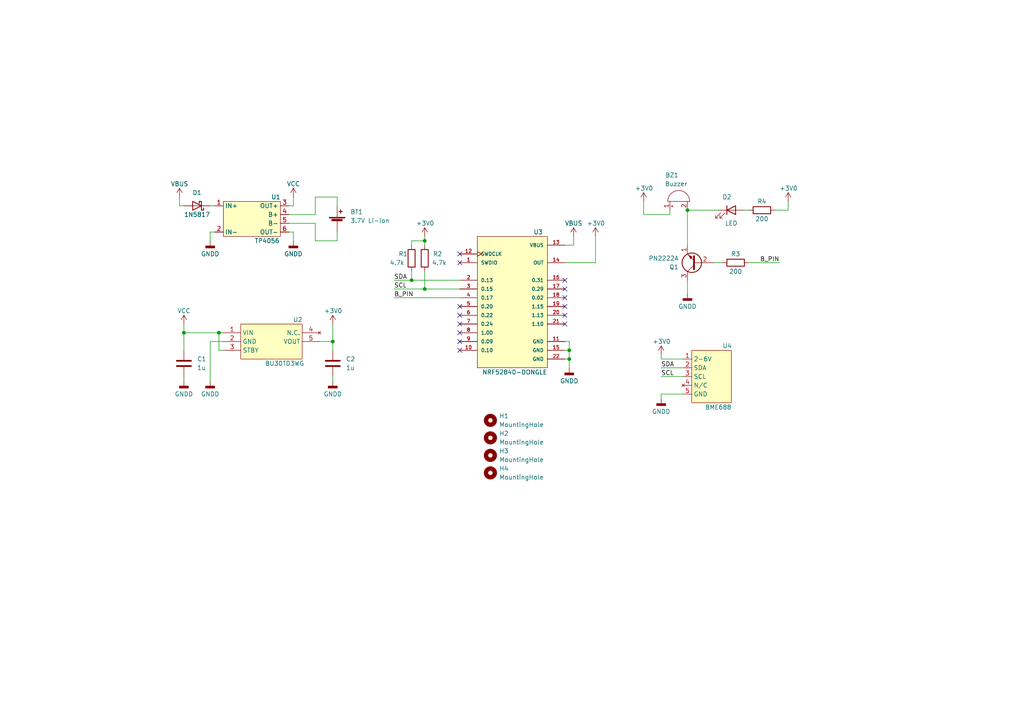
<source format=kicad_sch>
(kicad_sch (version 20211123) (generator eeschema)

  (uuid 253855e8-44e8-40cb-bdc9-4bbf43994cb3)

  (paper "A4")

  (title_block
    (title "Node 3/4")
    (date "22.11.2023")
    (rev "0")
    (company "Lyubomir Nachev")
  )

  (lib_symbols
    (symbol "BME688:BME688" (in_bom yes) (on_board yes)
      (property "Reference" "U" (id 0) (at 6.35 2.54 0)
        (effects (font (size 1.27 1.27)))
      )
      (property "Value" "BME688" (id 1) (at -1.27 2.54 0)
        (effects (font (size 1.27 1.27)))
      )
      (property "Footprint" "" (id 2) (at 0 0 0)
        (effects (font (size 1.27 1.27)) hide)
      )
      (property "Datasheet" "" (id 3) (at 0 0 0)
        (effects (font (size 1.27 1.27)) hide)
      )
      (symbol "BME688_0_1"
        (rectangle (start -6.35 1.27) (end 8.89 -10.16)
          (stroke (width 0) (type default) (color 0 0 0 0))
          (fill (type background))
        )
      )
      (symbol "BME688_1_1"
        (pin power_in line (at -3.81 -12.7 90) (length 2.54)
          (name "2-6V" (effects (font (size 1.27 1.27))))
          (number "1" (effects (font (size 1.27 1.27))))
        )
        (pin bidirectional line (at -1.27 -12.7 90) (length 2.54)
          (name "SDA" (effects (font (size 1.27 1.27))))
          (number "2" (effects (font (size 1.27 1.27))))
        )
        (pin bidirectional line (at 1.27 -12.7 90) (length 2.54)
          (name "SCL" (effects (font (size 1.27 1.27))))
          (number "3" (effects (font (size 1.27 1.27))))
        )
        (pin no_connect line (at 3.81 -12.7 90) (length 2.54)
          (name "N/C" (effects (font (size 1.27 1.27))))
          (number "4" (effects (font (size 1.27 1.27))))
        )
        (pin power_in line (at 6.35 -12.7 90) (length 2.54)
          (name "GND" (effects (font (size 1.27 1.27))))
          (number "5" (effects (font (size 1.27 1.27))))
        )
      )
    )
    (symbol "BU30TD3WG:BU30TD3WG" (in_bom yes) (on_board yes)
      (property "Reference" "U" (id 0) (at 10.16 -1.27 0)
        (effects (font (size 1.27 1.27)))
      )
      (property "Value" "BU30TD3WG" (id 1) (at -1.27 -1.27 0)
        (effects (font (size 1.27 1.27)))
      )
      (property "Footprint" "" (id 2) (at 0 0 0)
        (effects (font (size 1.27 1.27)) hide)
      )
      (property "Datasheet" "" (id 3) (at 0 0 0)
        (effects (font (size 1.27 1.27)) hide)
      )
      (symbol "BU30TD3WG_0_0"
        (pin power_in line (at -11.43 -5.08 0) (length 5.08)
          (name "VIN" (effects (font (size 1.27 1.27))))
          (number "1" (effects (font (size 1.27 1.27))))
        )
        (pin power_in line (at -11.43 -7.62 0) (length 5.08)
          (name "GND" (effects (font (size 1.27 1.27))))
          (number "2" (effects (font (size 1.27 1.27))))
        )
        (pin input line (at -11.43 -10.16 0) (length 5.08)
          (name "STBY" (effects (font (size 1.27 1.27))))
          (number "3" (effects (font (size 1.27 1.27))))
        )
        (pin no_connect line (at 16.51 -5.08 180) (length 5.08)
          (name "N.C." (effects (font (size 1.27 1.27))))
          (number "4" (effects (font (size 1.27 1.27))))
        )
        (pin output line (at 16.51 -7.62 180) (length 5.08)
          (name "VOUT" (effects (font (size 1.27 1.27))))
          (number "5" (effects (font (size 1.27 1.27))))
        )
      )
      (symbol "BU30TD3WG_0_1"
        (polyline
          (pts
            (xy -6.35 -2.54)
            (xy 11.43 -2.54)
            (xy 11.43 -12.7)
            (xy -6.35 -12.7)
            (xy -6.35 -2.54)
          )
          (stroke (width 0.1524) (type default) (color 0 0 0 0))
          (fill (type background))
        )
      )
    )
    (symbol "Device:Battery_Cell" (pin_numbers hide) (pin_names (offset 0) hide) (in_bom yes) (on_board yes)
      (property "Reference" "BT" (id 0) (at 2.54 2.54 0)
        (effects (font (size 1.27 1.27)) (justify left))
      )
      (property "Value" "Battery_Cell" (id 1) (at 2.54 0 0)
        (effects (font (size 1.27 1.27)) (justify left))
      )
      (property "Footprint" "" (id 2) (at 0 1.524 90)
        (effects (font (size 1.27 1.27)) hide)
      )
      (property "Datasheet" "~" (id 3) (at 0 1.524 90)
        (effects (font (size 1.27 1.27)) hide)
      )
      (property "ki_keywords" "battery cell" (id 4) (at 0 0 0)
        (effects (font (size 1.27 1.27)) hide)
      )
      (property "ki_description" "Single-cell battery" (id 5) (at 0 0 0)
        (effects (font (size 1.27 1.27)) hide)
      )
      (symbol "Battery_Cell_0_1"
        (rectangle (start -2.286 1.778) (end 2.286 1.524)
          (stroke (width 0) (type default) (color 0 0 0 0))
          (fill (type outline))
        )
        (rectangle (start -1.5748 1.1938) (end 1.4732 0.6858)
          (stroke (width 0) (type default) (color 0 0 0 0))
          (fill (type outline))
        )
        (polyline
          (pts
            (xy 0 0.762)
            (xy 0 0)
          )
          (stroke (width 0) (type default) (color 0 0 0 0))
          (fill (type none))
        )
        (polyline
          (pts
            (xy 0 1.778)
            (xy 0 2.54)
          )
          (stroke (width 0) (type default) (color 0 0 0 0))
          (fill (type none))
        )
        (polyline
          (pts
            (xy 0.508 3.429)
            (xy 1.524 3.429)
          )
          (stroke (width 0.254) (type default) (color 0 0 0 0))
          (fill (type none))
        )
        (polyline
          (pts
            (xy 1.016 3.937)
            (xy 1.016 2.921)
          )
          (stroke (width 0.254) (type default) (color 0 0 0 0))
          (fill (type none))
        )
      )
      (symbol "Battery_Cell_1_1"
        (pin passive line (at 0 5.08 270) (length 2.54)
          (name "+" (effects (font (size 1.27 1.27))))
          (number "1" (effects (font (size 1.27 1.27))))
        )
        (pin passive line (at 0 -2.54 90) (length 2.54)
          (name "-" (effects (font (size 1.27 1.27))))
          (number "2" (effects (font (size 1.27 1.27))))
        )
      )
    )
    (symbol "Device:Buzzer" (pin_names (offset 0.0254) hide) (in_bom yes) (on_board yes)
      (property "Reference" "BZ" (id 0) (at 3.81 1.27 0)
        (effects (font (size 1.27 1.27)) (justify left))
      )
      (property "Value" "Buzzer" (id 1) (at 3.81 -1.27 0)
        (effects (font (size 1.27 1.27)) (justify left))
      )
      (property "Footprint" "" (id 2) (at -0.635 2.54 90)
        (effects (font (size 1.27 1.27)) hide)
      )
      (property "Datasheet" "~" (id 3) (at -0.635 2.54 90)
        (effects (font (size 1.27 1.27)) hide)
      )
      (property "ki_keywords" "quartz resonator ceramic" (id 4) (at 0 0 0)
        (effects (font (size 1.27 1.27)) hide)
      )
      (property "ki_description" "Buzzer, polarized" (id 5) (at 0 0 0)
        (effects (font (size 1.27 1.27)) hide)
      )
      (property "ki_fp_filters" "*Buzzer*" (id 6) (at 0 0 0)
        (effects (font (size 1.27 1.27)) hide)
      )
      (symbol "Buzzer_0_1"
        (arc (start 0 -3.175) (mid 3.175 0) (end 0 3.175)
          (stroke (width 0) (type default) (color 0 0 0 0))
          (fill (type none))
        )
        (polyline
          (pts
            (xy -1.651 1.905)
            (xy -1.143 1.905)
          )
          (stroke (width 0) (type default) (color 0 0 0 0))
          (fill (type none))
        )
        (polyline
          (pts
            (xy -1.397 2.159)
            (xy -1.397 1.651)
          )
          (stroke (width 0) (type default) (color 0 0 0 0))
          (fill (type none))
        )
        (polyline
          (pts
            (xy 0 3.175)
            (xy 0 -3.175)
          )
          (stroke (width 0) (type default) (color 0 0 0 0))
          (fill (type none))
        )
      )
      (symbol "Buzzer_1_1"
        (pin passive line (at -2.54 2.54 0) (length 2.54)
          (name "-" (effects (font (size 1.27 1.27))))
          (number "1" (effects (font (size 1.27 1.27))))
        )
        (pin passive line (at -2.54 -2.54 0) (length 2.54)
          (name "+" (effects (font (size 1.27 1.27))))
          (number "2" (effects (font (size 1.27 1.27))))
        )
      )
    )
    (symbol "Device:C" (pin_numbers hide) (pin_names (offset 0.254)) (in_bom yes) (on_board yes)
      (property "Reference" "C" (id 0) (at 0.635 2.54 0)
        (effects (font (size 1.27 1.27)) (justify left))
      )
      (property "Value" "C" (id 1) (at 0.635 -2.54 0)
        (effects (font (size 1.27 1.27)) (justify left))
      )
      (property "Footprint" "" (id 2) (at 0.9652 -3.81 0)
        (effects (font (size 1.27 1.27)) hide)
      )
      (property "Datasheet" "~" (id 3) (at 0 0 0)
        (effects (font (size 1.27 1.27)) hide)
      )
      (property "ki_keywords" "cap capacitor" (id 4) (at 0 0 0)
        (effects (font (size 1.27 1.27)) hide)
      )
      (property "ki_description" "Unpolarized capacitor" (id 5) (at 0 0 0)
        (effects (font (size 1.27 1.27)) hide)
      )
      (property "ki_fp_filters" "C_*" (id 6) (at 0 0 0)
        (effects (font (size 1.27 1.27)) hide)
      )
      (symbol "C_0_1"
        (polyline
          (pts
            (xy -2.032 -0.762)
            (xy 2.032 -0.762)
          )
          (stroke (width 0.508) (type default) (color 0 0 0 0))
          (fill (type none))
        )
        (polyline
          (pts
            (xy -2.032 0.762)
            (xy 2.032 0.762)
          )
          (stroke (width 0.508) (type default) (color 0 0 0 0))
          (fill (type none))
        )
      )
      (symbol "C_1_1"
        (pin passive line (at 0 3.81 270) (length 2.794)
          (name "~" (effects (font (size 1.27 1.27))))
          (number "1" (effects (font (size 1.27 1.27))))
        )
        (pin passive line (at 0 -3.81 90) (length 2.794)
          (name "~" (effects (font (size 1.27 1.27))))
          (number "2" (effects (font (size 1.27 1.27))))
        )
      )
    )
    (symbol "Device:LED" (pin_numbers hide) (pin_names (offset 1.016) hide) (in_bom yes) (on_board yes)
      (property "Reference" "D" (id 0) (at 0 2.54 0)
        (effects (font (size 1.27 1.27)))
      )
      (property "Value" "LED" (id 1) (at 0 -2.54 0)
        (effects (font (size 1.27 1.27)))
      )
      (property "Footprint" "" (id 2) (at 0 0 0)
        (effects (font (size 1.27 1.27)) hide)
      )
      (property "Datasheet" "~" (id 3) (at 0 0 0)
        (effects (font (size 1.27 1.27)) hide)
      )
      (property "ki_keywords" "LED diode" (id 4) (at 0 0 0)
        (effects (font (size 1.27 1.27)) hide)
      )
      (property "ki_description" "Light emitting diode" (id 5) (at 0 0 0)
        (effects (font (size 1.27 1.27)) hide)
      )
      (property "ki_fp_filters" "LED* LED_SMD:* LED_THT:*" (id 6) (at 0 0 0)
        (effects (font (size 1.27 1.27)) hide)
      )
      (symbol "LED_0_1"
        (polyline
          (pts
            (xy -1.27 -1.27)
            (xy -1.27 1.27)
          )
          (stroke (width 0.254) (type default) (color 0 0 0 0))
          (fill (type none))
        )
        (polyline
          (pts
            (xy -1.27 0)
            (xy 1.27 0)
          )
          (stroke (width 0) (type default) (color 0 0 0 0))
          (fill (type none))
        )
        (polyline
          (pts
            (xy 1.27 -1.27)
            (xy 1.27 1.27)
            (xy -1.27 0)
            (xy 1.27 -1.27)
          )
          (stroke (width 0.254) (type default) (color 0 0 0 0))
          (fill (type none))
        )
        (polyline
          (pts
            (xy -3.048 -0.762)
            (xy -4.572 -2.286)
            (xy -3.81 -2.286)
            (xy -4.572 -2.286)
            (xy -4.572 -1.524)
          )
          (stroke (width 0) (type default) (color 0 0 0 0))
          (fill (type none))
        )
        (polyline
          (pts
            (xy -1.778 -0.762)
            (xy -3.302 -2.286)
            (xy -2.54 -2.286)
            (xy -3.302 -2.286)
            (xy -3.302 -1.524)
          )
          (stroke (width 0) (type default) (color 0 0 0 0))
          (fill (type none))
        )
      )
      (symbol "LED_1_1"
        (pin passive line (at -3.81 0 0) (length 2.54)
          (name "K" (effects (font (size 1.27 1.27))))
          (number "1" (effects (font (size 1.27 1.27))))
        )
        (pin passive line (at 3.81 0 180) (length 2.54)
          (name "A" (effects (font (size 1.27 1.27))))
          (number "2" (effects (font (size 1.27 1.27))))
        )
      )
    )
    (symbol "Device:R" (pin_numbers hide) (pin_names (offset 0)) (in_bom yes) (on_board yes)
      (property "Reference" "R" (id 0) (at 2.032 0 90)
        (effects (font (size 1.27 1.27)))
      )
      (property "Value" "R" (id 1) (at 0 0 90)
        (effects (font (size 1.27 1.27)))
      )
      (property "Footprint" "" (id 2) (at -1.778 0 90)
        (effects (font (size 1.27 1.27)) hide)
      )
      (property "Datasheet" "~" (id 3) (at 0 0 0)
        (effects (font (size 1.27 1.27)) hide)
      )
      (property "ki_keywords" "R res resistor" (id 4) (at 0 0 0)
        (effects (font (size 1.27 1.27)) hide)
      )
      (property "ki_description" "Resistor" (id 5) (at 0 0 0)
        (effects (font (size 1.27 1.27)) hide)
      )
      (property "ki_fp_filters" "R_*" (id 6) (at 0 0 0)
        (effects (font (size 1.27 1.27)) hide)
      )
      (symbol "R_0_1"
        (rectangle (start -1.016 -2.54) (end 1.016 2.54)
          (stroke (width 0.254) (type default) (color 0 0 0 0))
          (fill (type none))
        )
      )
      (symbol "R_1_1"
        (pin passive line (at 0 3.81 270) (length 1.27)
          (name "~" (effects (font (size 1.27 1.27))))
          (number "1" (effects (font (size 1.27 1.27))))
        )
        (pin passive line (at 0 -3.81 90) (length 1.27)
          (name "~" (effects (font (size 1.27 1.27))))
          (number "2" (effects (font (size 1.27 1.27))))
        )
      )
    )
    (symbol "Diode:1N5817" (pin_numbers hide) (pin_names (offset 1.016) hide) (in_bom yes) (on_board yes)
      (property "Reference" "D" (id 0) (at 0 2.54 0)
        (effects (font (size 1.27 1.27)))
      )
      (property "Value" "1N5817" (id 1) (at 0 -2.54 0)
        (effects (font (size 1.27 1.27)))
      )
      (property "Footprint" "Diode_THT:D_DO-41_SOD81_P10.16mm_Horizontal" (id 2) (at 0 -4.445 0)
        (effects (font (size 1.27 1.27)) hide)
      )
      (property "Datasheet" "http://www.vishay.com/docs/88525/1n5817.pdf" (id 3) (at 0 0 0)
        (effects (font (size 1.27 1.27)) hide)
      )
      (property "ki_keywords" "diode Schottky" (id 4) (at 0 0 0)
        (effects (font (size 1.27 1.27)) hide)
      )
      (property "ki_description" "20V 1A Schottky Barrier Rectifier Diode, DO-41" (id 5) (at 0 0 0)
        (effects (font (size 1.27 1.27)) hide)
      )
      (property "ki_fp_filters" "D*DO?41*" (id 6) (at 0 0 0)
        (effects (font (size 1.27 1.27)) hide)
      )
      (symbol "1N5817_0_1"
        (polyline
          (pts
            (xy 1.27 0)
            (xy -1.27 0)
          )
          (stroke (width 0) (type default) (color 0 0 0 0))
          (fill (type none))
        )
        (polyline
          (pts
            (xy 1.27 1.27)
            (xy 1.27 -1.27)
            (xy -1.27 0)
            (xy 1.27 1.27)
          )
          (stroke (width 0.254) (type default) (color 0 0 0 0))
          (fill (type none))
        )
        (polyline
          (pts
            (xy -1.905 0.635)
            (xy -1.905 1.27)
            (xy -1.27 1.27)
            (xy -1.27 -1.27)
            (xy -0.635 -1.27)
            (xy -0.635 -0.635)
          )
          (stroke (width 0.254) (type default) (color 0 0 0 0))
          (fill (type none))
        )
      )
      (symbol "1N5817_1_1"
        (pin passive line (at -3.81 0 0) (length 2.54)
          (name "K" (effects (font (size 1.27 1.27))))
          (number "1" (effects (font (size 1.27 1.27))))
        )
        (pin passive line (at 3.81 0 180) (length 2.54)
          (name "A" (effects (font (size 1.27 1.27))))
          (number "2" (effects (font (size 1.27 1.27))))
        )
      )
    )
    (symbol "Mechanical:MountingHole" (pin_names (offset 1.016)) (in_bom yes) (on_board yes)
      (property "Reference" "H" (id 0) (at 0 5.08 0)
        (effects (font (size 1.27 1.27)))
      )
      (property "Value" "MountingHole" (id 1) (at 0 3.175 0)
        (effects (font (size 1.27 1.27)))
      )
      (property "Footprint" "" (id 2) (at 0 0 0)
        (effects (font (size 1.27 1.27)) hide)
      )
      (property "Datasheet" "~" (id 3) (at 0 0 0)
        (effects (font (size 1.27 1.27)) hide)
      )
      (property "ki_keywords" "mounting hole" (id 4) (at 0 0 0)
        (effects (font (size 1.27 1.27)) hide)
      )
      (property "ki_description" "Mounting Hole without connection" (id 5) (at 0 0 0)
        (effects (font (size 1.27 1.27)) hide)
      )
      (property "ki_fp_filters" "MountingHole*" (id 6) (at 0 0 0)
        (effects (font (size 1.27 1.27)) hide)
      )
      (symbol "MountingHole_0_1"
        (circle (center 0 0) (radius 1.27)
          (stroke (width 1.27) (type default) (color 0 0 0 0))
          (fill (type none))
        )
      )
    )
    (symbol "NRF52840-DONGLE:NRF52840-DONGLE" (pin_names (offset 1.016)) (in_bom yes) (on_board yes)
      (property "Reference" "U5" (id 0) (at 8.89 21.59 0)
        (effects (font (size 1.27 1.27)) (justify right))
      )
      (property "Value" "NRF52840-DONGLE" (id 1) (at 10.16 -19.05 0)
        (effects (font (size 1.27 1.27)) (justify right))
      )
      (property "Footprint" "custom:MODULE_NRF52840-DONGLE" (id 2) (at 0 -22.86 0)
        (effects (font (size 1.27 1.27)) (justify bottom) hide)
      )
      (property "Datasheet" "" (id 3) (at 0 0 0)
        (effects (font (size 1.27 1.27)) hide)
      )
      (property "PARTREV" "1.1" (id 4) (at 0 -5.08 0)
        (effects (font (size 1.27 1.27)) (justify bottom) hide)
      )
      (property "STANDARD" "Manufacturer Recommendations" (id 5) (at 5.08 -25.4 0)
        (effects (font (size 1.27 1.27)) (justify bottom) hide)
      )
      (property "MAXIMUM_PACKAGE_HEIGHT" "N/A" (id 6) (at 0 -2.54 0)
        (effects (font (size 1.27 1.27)) (justify bottom) hide)
      )
      (property "MANUFACTURER" "Nordic semiconductor" (id 7) (at -1.27 -20.32 0)
        (effects (font (size 1.27 1.27)) (justify bottom) hide)
      )
      (symbol "NRF52840-DONGLE_0_0"
        (rectangle (start -10.16 20.32) (end 10.16 -17.78)
          (stroke (width 0.1524) (type default) (color 0 0 0 0))
          (fill (type background))
        )
        (pin bidirectional line (at -15.24 12.7 0) (length 5.08)
          (name "SWDIO" (effects (font (size 1.016 1.016))))
          (number "1" (effects (font (size 1.016 1.016))))
        )
        (pin bidirectional line (at -15.24 -12.7 0) (length 5.08)
          (name "0.10" (effects (font (size 1.016 1.016))))
          (number "10" (effects (font (size 1.016 1.016))))
        )
        (pin power_in line (at 15.24 -10.16 180) (length 5.08)
          (name "GND" (effects (font (size 1.016 1.016))))
          (number "11" (effects (font (size 1.016 1.016))))
        )
        (pin input clock (at -15.24 15.24 0) (length 5.08)
          (name "SWDCLK" (effects (font (size 1.016 1.016))))
          (number "12" (effects (font (size 1.016 1.016))))
        )
        (pin power_in line (at 15.24 17.78 180) (length 5.08)
          (name "VBUS" (effects (font (size 1.016 1.016))))
          (number "13" (effects (font (size 1.016 1.016))))
        )
        (pin output line (at 15.24 12.7 180) (length 5.08)
          (name "OUT" (effects (font (size 1.016 1.016))))
          (number "14" (effects (font (size 1.016 1.016))))
        )
        (pin power_in line (at 15.24 -12.7 180) (length 5.08)
          (name "GND" (effects (font (size 1.016 1.016))))
          (number "15" (effects (font (size 1.016 1.016))))
        )
        (pin bidirectional line (at 15.24 7.62 180) (length 5.08)
          (name "0.31" (effects (font (size 1.016 1.016))))
          (number "16" (effects (font (size 1.016 1.016))))
        )
        (pin bidirectional line (at 15.24 5.08 180) (length 5.08)
          (name "0.29" (effects (font (size 1.016 1.016))))
          (number "17" (effects (font (size 1.016 1.016))))
        )
        (pin bidirectional line (at 15.24 2.54 180) (length 5.08)
          (name "0.02" (effects (font (size 1.016 1.016))))
          (number "18" (effects (font (size 1.016 1.016))))
        )
        (pin bidirectional line (at 15.24 0 180) (length 5.08)
          (name "1.15" (effects (font (size 1.016 1.016))))
          (number "19" (effects (font (size 1.016 1.016))))
        )
        (pin bidirectional line (at -15.24 7.62 0) (length 5.08)
          (name "0.13" (effects (font (size 1.016 1.016))))
          (number "2" (effects (font (size 1.016 1.016))))
        )
        (pin bidirectional line (at 15.24 -2.54 180) (length 5.08)
          (name "1.13" (effects (font (size 1.016 1.016))))
          (number "20" (effects (font (size 1.016 1.016))))
        )
        (pin bidirectional line (at 15.24 -5.08 180) (length 5.08)
          (name "1.10" (effects (font (size 1.016 1.016))))
          (number "21" (effects (font (size 1.016 1.016))))
        )
        (pin power_in line (at 15.24 -15.24 180) (length 5.08)
          (name "GND" (effects (font (size 1.016 1.016))))
          (number "22" (effects (font (size 1.016 1.016))))
        )
        (pin bidirectional line (at -15.24 5.08 0) (length 5.08)
          (name "0.15" (effects (font (size 1.016 1.016))))
          (number "3" (effects (font (size 1.016 1.016))))
        )
        (pin bidirectional line (at -15.24 2.54 0) (length 5.08)
          (name "0.17" (effects (font (size 1.016 1.016))))
          (number "4" (effects (font (size 1.016 1.016))))
        )
        (pin bidirectional line (at -15.24 0 0) (length 5.08)
          (name "0.20" (effects (font (size 1.016 1.016))))
          (number "5" (effects (font (size 1.016 1.016))))
        )
        (pin bidirectional line (at -15.24 -2.54 0) (length 5.08)
          (name "0.22" (effects (font (size 1.016 1.016))))
          (number "6" (effects (font (size 1.016 1.016))))
        )
        (pin bidirectional line (at -15.24 -5.08 0) (length 5.08)
          (name "0.24" (effects (font (size 1.016 1.016))))
          (number "7" (effects (font (size 1.016 1.016))))
        )
        (pin bidirectional line (at -15.24 -7.62 0) (length 5.08)
          (name "1.00" (effects (font (size 1.016 1.016))))
          (number "8" (effects (font (size 1.016 1.016))))
        )
        (pin bidirectional line (at -15.24 -10.16 0) (length 5.08)
          (name "0.09" (effects (font (size 1.016 1.016))))
          (number "9" (effects (font (size 1.016 1.016))))
        )
      )
    )
    (symbol "TP4056_module:TP4056" (in_bom yes) (on_board yes)
      (property "Reference" "U" (id 0) (at 8.89 0 0)
        (effects (font (size 1.27 1.27)))
      )
      (property "Value" "TP4056" (id 1) (at -2.54 0 0)
        (effects (font (size 1.27 1.27)))
      )
      (property "Footprint" "" (id 2) (at 0 0 0)
        (effects (font (size 1.27 1.27)) hide)
      )
      (property "Datasheet" "" (id 3) (at 0 0 0)
        (effects (font (size 1.27 1.27)) hide)
      )
      (symbol "TP4056_0_1"
        (rectangle (start -6.35 -1.27) (end 10.16 -11.43)
          (stroke (width 0) (type default) (color 0 0 0 0))
          (fill (type background))
        )
      )
      (symbol "TP4056_1_1"
        (pin power_in line (at -8.89 -2.54 0) (length 2.54)
          (name "IN+" (effects (font (size 1.27 1.27))))
          (number "1" (effects (font (size 1.27 1.27))))
        )
        (pin power_in line (at -8.89 -10.16 0) (length 2.54)
          (name "IN-" (effects (font (size 1.27 1.27))))
          (number "2" (effects (font (size 1.27 1.27))))
        )
        (pin power_out line (at 12.7 -2.54 180) (length 2.54)
          (name "OUT+" (effects (font (size 1.27 1.27))))
          (number "3" (effects (font (size 1.27 1.27))))
        )
        (pin power_in line (at 12.7 -5.08 180) (length 2.54)
          (name "B+" (effects (font (size 1.27 1.27))))
          (number "4" (effects (font (size 1.27 1.27))))
        )
        (pin power_in line (at 12.7 -7.62 180) (length 2.54)
          (name "B-" (effects (font (size 1.27 1.27))))
          (number "5" (effects (font (size 1.27 1.27))))
        )
        (pin power_out line (at 12.7 -10.16 180) (length 2.54)
          (name "OUT-" (effects (font (size 1.27 1.27))))
          (number "6" (effects (font (size 1.27 1.27))))
        )
      )
    )
    (symbol "Transistor_BJT:PN2222A" (pin_names (offset 0) hide) (in_bom yes) (on_board yes)
      (property "Reference" "Q" (id 0) (at 5.08 1.905 0)
        (effects (font (size 1.27 1.27)) (justify left))
      )
      (property "Value" "PN2222A" (id 1) (at 5.08 0 0)
        (effects (font (size 1.27 1.27)) (justify left))
      )
      (property "Footprint" "Package_TO_SOT_THT:TO-92_Inline" (id 2) (at 5.08 -1.905 0)
        (effects (font (size 1.27 1.27) italic) (justify left) hide)
      )
      (property "Datasheet" "https://www.onsemi.com/pub/Collateral/PN2222-D.PDF" (id 3) (at 0 0 0)
        (effects (font (size 1.27 1.27)) (justify left) hide)
      )
      (property "ki_keywords" "NPN Transistor" (id 4) (at 0 0 0)
        (effects (font (size 1.27 1.27)) hide)
      )
      (property "ki_description" "1A Ic, 40V Vce, NPN Transistor, General Purpose Transistor, TO-92" (id 5) (at 0 0 0)
        (effects (font (size 1.27 1.27)) hide)
      )
      (property "ki_fp_filters" "TO?92*" (id 6) (at 0 0 0)
        (effects (font (size 1.27 1.27)) hide)
      )
      (symbol "PN2222A_0_1"
        (polyline
          (pts
            (xy 0 0)
            (xy 0.635 0)
          )
          (stroke (width 0) (type default) (color 0 0 0 0))
          (fill (type none))
        )
        (polyline
          (pts
            (xy 2.54 -2.54)
            (xy 0.635 -0.635)
          )
          (stroke (width 0) (type default) (color 0 0 0 0))
          (fill (type none))
        )
        (polyline
          (pts
            (xy 2.54 2.54)
            (xy 0.635 0.635)
          )
          (stroke (width 0) (type default) (color 0 0 0 0))
          (fill (type none))
        )
        (polyline
          (pts
            (xy 0.635 1.905)
            (xy 0.635 -1.905)
            (xy 0.635 -1.905)
          )
          (stroke (width 0.508) (type default) (color 0 0 0 0))
          (fill (type none))
        )
        (polyline
          (pts
            (xy 2.413 -2.413)
            (xy 1.905 -1.905)
            (xy 1.905 -1.905)
          )
          (stroke (width 0) (type default) (color 0 0 0 0))
          (fill (type none))
        )
        (polyline
          (pts
            (xy 1.143 -1.651)
            (xy 1.651 -1.143)
            (xy 2.159 -2.159)
            (xy 1.143 -1.651)
            (xy 1.143 -1.651)
          )
          (stroke (width 0) (type default) (color 0 0 0 0))
          (fill (type outline))
        )
        (circle (center 1.27 0) (radius 2.8194)
          (stroke (width 0.254) (type default) (color 0 0 0 0))
          (fill (type none))
        )
      )
      (symbol "PN2222A_1_1"
        (pin passive line (at 2.54 -5.08 90) (length 2.54)
          (name "E" (effects (font (size 1.27 1.27))))
          (number "1" (effects (font (size 1.27 1.27))))
        )
        (pin input line (at -5.08 0 0) (length 5.08)
          (name "B" (effects (font (size 1.27 1.27))))
          (number "2" (effects (font (size 1.27 1.27))))
        )
        (pin passive line (at 2.54 5.08 270) (length 2.54)
          (name "C" (effects (font (size 1.27 1.27))))
          (number "3" (effects (font (size 1.27 1.27))))
        )
      )
    )
    (symbol "power:+3V0" (power) (pin_names (offset 0)) (in_bom yes) (on_board yes)
      (property "Reference" "#PWR" (id 0) (at 0 -3.81 0)
        (effects (font (size 1.27 1.27)) hide)
      )
      (property "Value" "+3V0" (id 1) (at 0 3.556 0)
        (effects (font (size 1.27 1.27)))
      )
      (property "Footprint" "" (id 2) (at 0 0 0)
        (effects (font (size 1.27 1.27)) hide)
      )
      (property "Datasheet" "" (id 3) (at 0 0 0)
        (effects (font (size 1.27 1.27)) hide)
      )
      (property "ki_keywords" "power-flag" (id 4) (at 0 0 0)
        (effects (font (size 1.27 1.27)) hide)
      )
      (property "ki_description" "Power symbol creates a global label with name \"+3V0\"" (id 5) (at 0 0 0)
        (effects (font (size 1.27 1.27)) hide)
      )
      (symbol "+3V0_0_1"
        (polyline
          (pts
            (xy -0.762 1.27)
            (xy 0 2.54)
          )
          (stroke (width 0) (type default) (color 0 0 0 0))
          (fill (type none))
        )
        (polyline
          (pts
            (xy 0 0)
            (xy 0 2.54)
          )
          (stroke (width 0) (type default) (color 0 0 0 0))
          (fill (type none))
        )
        (polyline
          (pts
            (xy 0 2.54)
            (xy 0.762 1.27)
          )
          (stroke (width 0) (type default) (color 0 0 0 0))
          (fill (type none))
        )
      )
      (symbol "+3V0_1_1"
        (pin power_in line (at 0 0 90) (length 0) hide
          (name "+3V0" (effects (font (size 1.27 1.27))))
          (number "1" (effects (font (size 1.27 1.27))))
        )
      )
    )
    (symbol "power:GNDD" (power) (pin_names (offset 0)) (in_bom yes) (on_board yes)
      (property "Reference" "#PWR" (id 0) (at 0 -6.35 0)
        (effects (font (size 1.27 1.27)) hide)
      )
      (property "Value" "GNDD" (id 1) (at 0 -3.175 0)
        (effects (font (size 1.27 1.27)))
      )
      (property "Footprint" "" (id 2) (at 0 0 0)
        (effects (font (size 1.27 1.27)) hide)
      )
      (property "Datasheet" "" (id 3) (at 0 0 0)
        (effects (font (size 1.27 1.27)) hide)
      )
      (property "ki_keywords" "power-flag" (id 4) (at 0 0 0)
        (effects (font (size 1.27 1.27)) hide)
      )
      (property "ki_description" "Power symbol creates a global label with name \"GNDD\" , digital ground" (id 5) (at 0 0 0)
        (effects (font (size 1.27 1.27)) hide)
      )
      (symbol "GNDD_0_1"
        (rectangle (start -1.27 -1.524) (end 1.27 -2.032)
          (stroke (width 0.254) (type default) (color 0 0 0 0))
          (fill (type outline))
        )
        (polyline
          (pts
            (xy 0 0)
            (xy 0 -1.524)
          )
          (stroke (width 0) (type default) (color 0 0 0 0))
          (fill (type none))
        )
      )
      (symbol "GNDD_1_1"
        (pin power_in line (at 0 0 270) (length 0) hide
          (name "GNDD" (effects (font (size 1.27 1.27))))
          (number "1" (effects (font (size 1.27 1.27))))
        )
      )
    )
    (symbol "power:VBUS" (power) (pin_names (offset 0)) (in_bom yes) (on_board yes)
      (property "Reference" "#PWR" (id 0) (at 0 -3.81 0)
        (effects (font (size 1.27 1.27)) hide)
      )
      (property "Value" "VBUS" (id 1) (at 0 3.81 0)
        (effects (font (size 1.27 1.27)))
      )
      (property "Footprint" "" (id 2) (at 0 0 0)
        (effects (font (size 1.27 1.27)) hide)
      )
      (property "Datasheet" "" (id 3) (at 0 0 0)
        (effects (font (size 1.27 1.27)) hide)
      )
      (property "ki_keywords" "power-flag" (id 4) (at 0 0 0)
        (effects (font (size 1.27 1.27)) hide)
      )
      (property "ki_description" "Power symbol creates a global label with name \"VBUS\"" (id 5) (at 0 0 0)
        (effects (font (size 1.27 1.27)) hide)
      )
      (symbol "VBUS_0_1"
        (polyline
          (pts
            (xy -0.762 1.27)
            (xy 0 2.54)
          )
          (stroke (width 0) (type default) (color 0 0 0 0))
          (fill (type none))
        )
        (polyline
          (pts
            (xy 0 0)
            (xy 0 2.54)
          )
          (stroke (width 0) (type default) (color 0 0 0 0))
          (fill (type none))
        )
        (polyline
          (pts
            (xy 0 2.54)
            (xy 0.762 1.27)
          )
          (stroke (width 0) (type default) (color 0 0 0 0))
          (fill (type none))
        )
      )
      (symbol "VBUS_1_1"
        (pin power_in line (at 0 0 90) (length 0) hide
          (name "VBUS" (effects (font (size 1.27 1.27))))
          (number "1" (effects (font (size 1.27 1.27))))
        )
      )
    )
    (symbol "power:VCC" (power) (pin_names (offset 0)) (in_bom yes) (on_board yes)
      (property "Reference" "#PWR" (id 0) (at 0 -3.81 0)
        (effects (font (size 1.27 1.27)) hide)
      )
      (property "Value" "VCC" (id 1) (at 0 3.81 0)
        (effects (font (size 1.27 1.27)))
      )
      (property "Footprint" "" (id 2) (at 0 0 0)
        (effects (font (size 1.27 1.27)) hide)
      )
      (property "Datasheet" "" (id 3) (at 0 0 0)
        (effects (font (size 1.27 1.27)) hide)
      )
      (property "ki_keywords" "power-flag" (id 4) (at 0 0 0)
        (effects (font (size 1.27 1.27)) hide)
      )
      (property "ki_description" "Power symbol creates a global label with name \"VCC\"" (id 5) (at 0 0 0)
        (effects (font (size 1.27 1.27)) hide)
      )
      (symbol "VCC_0_1"
        (polyline
          (pts
            (xy -0.762 1.27)
            (xy 0 2.54)
          )
          (stroke (width 0) (type default) (color 0 0 0 0))
          (fill (type none))
        )
        (polyline
          (pts
            (xy 0 0)
            (xy 0 2.54)
          )
          (stroke (width 0) (type default) (color 0 0 0 0))
          (fill (type none))
        )
        (polyline
          (pts
            (xy 0 2.54)
            (xy 0.762 1.27)
          )
          (stroke (width 0) (type default) (color 0 0 0 0))
          (fill (type none))
        )
      )
      (symbol "VCC_1_1"
        (pin power_in line (at 0 0 90) (length 0) hide
          (name "VCC" (effects (font (size 1.27 1.27))))
          (number "1" (effects (font (size 1.27 1.27))))
        )
      )
    )
  )

  (junction (at 96.52 99.06) (diameter 0) (color 0 0 0 0)
    (uuid 3bbd4b4e-fb0e-4edf-8264-23162df880b1)
  )
  (junction (at 165.1 101.6) (diameter 0) (color 0 0 0 0)
    (uuid 40c612cc-53c7-4aa9-b0eb-9a55517255ff)
  )
  (junction (at 165.1 104.14) (diameter 0) (color 0 0 0 0)
    (uuid 46ff7c5c-6283-429d-a28e-9c7bee9acbfc)
  )
  (junction (at 199.39 60.96) (diameter 0) (color 0 0 0 0)
    (uuid 47b2565b-f0b1-42fd-9a69-26228780d97c)
  )
  (junction (at 53.34 96.52) (diameter 0) (color 0 0 0 0)
    (uuid 4c92e809-e51a-41c2-bae0-9d504735a63d)
  )
  (junction (at 123.19 83.82) (diameter 0) (color 0 0 0 0)
    (uuid 4f299f97-af72-41dd-a7c2-d602ddc1e9c6)
  )
  (junction (at 123.19 69.85) (diameter 0) (color 0 0 0 0)
    (uuid 51d00d64-7f53-46f9-b7ea-cb5aeac2d87e)
  )
  (junction (at 63.5 96.52) (diameter 0) (color 0 0 0 0)
    (uuid 9de0bf14-9e16-4e9b-98e2-d719979169d7)
  )
  (junction (at 119.38 81.28) (diameter 0) (color 0 0 0 0)
    (uuid b3ac7513-ebf1-4300-94da-d072611fdcf0)
  )

  (no_connect (at 133.35 76.2) (uuid 0a0ad454-68c0-4958-8424-73b7405763e7))
  (no_connect (at 163.83 86.36) (uuid 0fdba588-a245-4f2d-8e8f-d682e0d51745))
  (no_connect (at 133.35 91.44) (uuid 23086dc0-c2aa-40ed-880c-93f7d08ce74b))
  (no_connect (at 163.83 93.98) (uuid 37192899-ce2d-4781-adbf-b12e218f9599))
  (no_connect (at 163.83 91.44) (uuid 39f2a59c-c2d6-49e5-b10f-3e02900345cf))
  (no_connect (at 133.35 93.98) (uuid 68ed816a-9aa6-4cf7-afc7-95323bf801c7))
  (no_connect (at 133.35 88.9) (uuid 773f54f6-f477-4ae5-93c1-f909d2b3c164))
  (no_connect (at 163.83 83.82) (uuid 7ac09400-1b0d-4f25-b4ee-6cd9aefdcab7))
  (no_connect (at 163.83 88.9) (uuid 7aca24cf-055a-487f-8884-d940c9a5541d))
  (no_connect (at 133.35 101.6) (uuid 8f66d71a-be07-444f-989f-41ab538755ab))
  (no_connect (at 133.35 96.52) (uuid a1e54947-6202-401c-8492-d46662fe2de1))
  (no_connect (at 163.83 81.28) (uuid a50e2c69-ab08-4645-858c-465cecf707d0))
  (no_connect (at 133.35 99.06) (uuid a7af2f07-10ea-421f-add6-6284cd71fed0))
  (no_connect (at 133.35 73.66) (uuid d8e53b3c-ca5e-4324-a55c-b40a1d0ac41d))

  (wire (pts (xy 64.77 96.52) (xy 63.5 96.52))
    (stroke (width 0) (type default) (color 0 0 0 0))
    (uuid 01a80044-53d4-46a5-a38d-d2341b0f8d0e)
  )
  (wire (pts (xy 198.12 104.14) (xy 191.77 104.14))
    (stroke (width 0) (type default) (color 0 0 0 0))
    (uuid 039e7456-0138-44a1-9003-de3d3586cdfb)
  )
  (wire (pts (xy 198.12 114.3) (xy 191.77 114.3))
    (stroke (width 0) (type default) (color 0 0 0 0))
    (uuid 0eec1fae-38bf-4864-8395-77b1e1451501)
  )
  (wire (pts (xy 85.09 67.31) (xy 85.09 69.85))
    (stroke (width 0) (type default) (color 0 0 0 0))
    (uuid 105b7320-298b-4362-9409-18b23ef2186c)
  )
  (wire (pts (xy 53.34 101.6) (xy 53.34 96.52))
    (stroke (width 0) (type default) (color 0 0 0 0))
    (uuid 1226dc42-833b-4fd4-ac18-6f210aab7a56)
  )
  (wire (pts (xy 209.55 76.2) (xy 207.01 76.2))
    (stroke (width 0) (type default) (color 0 0 0 0))
    (uuid 140ef46c-ade5-4684-bc76-075b4daf1a25)
  )
  (wire (pts (xy 228.6 58.42) (xy 228.6 60.96))
    (stroke (width 0) (type default) (color 0 0 0 0))
    (uuid 16aee82c-b652-48b9-a5f5-65255347d376)
  )
  (wire (pts (xy 165.1 104.14) (xy 163.83 104.14))
    (stroke (width 0) (type default) (color 0 0 0 0))
    (uuid 19cab78c-e9e0-4863-8ddf-26fa1daee7de)
  )
  (wire (pts (xy 226.06 76.2) (xy 217.17 76.2))
    (stroke (width 0) (type default) (color 0 0 0 0))
    (uuid 1d6ba21f-7942-458b-bdd0-665c69ec1dd5)
  )
  (wire (pts (xy 165.1 106.68) (xy 165.1 104.14))
    (stroke (width 0) (type default) (color 0 0 0 0))
    (uuid 20874dd4-b776-4fbf-9e8c-10694b9bbe77)
  )
  (wire (pts (xy 191.77 114.3) (xy 191.77 115.57))
    (stroke (width 0) (type default) (color 0 0 0 0))
    (uuid 239686c6-08da-4a6a-a32e-79307e115b32)
  )
  (wire (pts (xy 52.07 57.15) (xy 52.07 59.69))
    (stroke (width 0) (type default) (color 0 0 0 0))
    (uuid 25aafdf6-5d7d-4234-8c26-a1fcf0b822e7)
  )
  (wire (pts (xy 123.19 83.82) (xy 114.3 83.82))
    (stroke (width 0) (type default) (color 0 0 0 0))
    (uuid 26f0be42-5dc8-425f-a31b-678cb708b6c7)
  )
  (wire (pts (xy 123.19 83.82) (xy 133.35 83.82))
    (stroke (width 0) (type default) (color 0 0 0 0))
    (uuid 297ea3eb-343d-45de-830c-e220f2f7c2f3)
  )
  (wire (pts (xy 53.34 93.98) (xy 53.34 96.52))
    (stroke (width 0) (type default) (color 0 0 0 0))
    (uuid 2987fcbc-cf92-45fd-ac70-3b5deabc1717)
  )
  (wire (pts (xy 186.69 62.23) (xy 194.31 62.23))
    (stroke (width 0) (type default) (color 0 0 0 0))
    (uuid 2a4b7286-0937-41cf-a228-f28a16132c59)
  )
  (wire (pts (xy 123.19 68.58) (xy 123.19 69.85))
    (stroke (width 0) (type default) (color 0 0 0 0))
    (uuid 30e14a06-ad64-41f0-8c99-5d9685aa6ae0)
  )
  (wire (pts (xy 97.79 67.31) (xy 97.79 69.85))
    (stroke (width 0) (type default) (color 0 0 0 0))
    (uuid 359e7e3b-2edb-4e52-8fee-136757206bdc)
  )
  (wire (pts (xy 165.1 99.06) (xy 165.1 101.6))
    (stroke (width 0) (type default) (color 0 0 0 0))
    (uuid 37bbcfeb-c8c1-49f5-8efe-0c27f71beb3f)
  )
  (wire (pts (xy 199.39 60.96) (xy 208.28 60.96))
    (stroke (width 0) (type default) (color 0 0 0 0))
    (uuid 3d27b348-f333-4f8f-8164-5e478812baf8)
  )
  (wire (pts (xy 194.31 60.96) (xy 194.31 62.23))
    (stroke (width 0) (type default) (color 0 0 0 0))
    (uuid 4231282c-4a7a-4d38-a5b8-9af5b004d709)
  )
  (wire (pts (xy 96.52 101.6) (xy 96.52 99.06))
    (stroke (width 0) (type default) (color 0 0 0 0))
    (uuid 4235368d-ed37-42f5-a534-1d6122d92bc3)
  )
  (wire (pts (xy 85.09 57.15) (xy 85.09 59.69))
    (stroke (width 0) (type default) (color 0 0 0 0))
    (uuid 4dea2e30-8876-4150-a7de-1c4ff21a9ecd)
  )
  (wire (pts (xy 91.44 57.15) (xy 97.79 57.15))
    (stroke (width 0) (type default) (color 0 0 0 0))
    (uuid 58af1966-95b5-4baf-89c2-5adf6a6b0ff0)
  )
  (wire (pts (xy 119.38 81.28) (xy 133.35 81.28))
    (stroke (width 0) (type default) (color 0 0 0 0))
    (uuid 62a3a235-92ed-4553-8932-ad4e8d4f11a3)
  )
  (wire (pts (xy 83.82 67.31) (xy 85.09 67.31))
    (stroke (width 0) (type default) (color 0 0 0 0))
    (uuid 62ee0b4c-1bb7-4ea0-ae97-35a96c8d95c9)
  )
  (wire (pts (xy 64.77 99.06) (xy 60.96 99.06))
    (stroke (width 0) (type default) (color 0 0 0 0))
    (uuid 63066660-c32a-4b94-817e-a20b8ba2bbcd)
  )
  (wire (pts (xy 166.37 71.12) (xy 163.83 71.12))
    (stroke (width 0) (type default) (color 0 0 0 0))
    (uuid 63db0d2b-bdb3-475c-9cb6-851915390df0)
  )
  (wire (pts (xy 191.77 104.14) (xy 191.77 102.87))
    (stroke (width 0) (type default) (color 0 0 0 0))
    (uuid 654ef5bc-48d1-49aa-b382-f3eb8b7c226b)
  )
  (wire (pts (xy 123.19 78.74) (xy 123.19 83.82))
    (stroke (width 0) (type default) (color 0 0 0 0))
    (uuid 6753b40a-7db8-4087-a9d2-ae44e30ea3d3)
  )
  (wire (pts (xy 96.52 93.98) (xy 96.52 99.06))
    (stroke (width 0) (type default) (color 0 0 0 0))
    (uuid 6ecf0d04-267c-465e-a64b-3647dac7d80c)
  )
  (wire (pts (xy 215.9 60.96) (xy 217.17 60.96))
    (stroke (width 0) (type default) (color 0 0 0 0))
    (uuid 71a849af-778d-4caa-97ea-48aaea4cfec4)
  )
  (wire (pts (xy 96.52 110.49) (xy 96.52 109.22))
    (stroke (width 0) (type default) (color 0 0 0 0))
    (uuid 747f252d-367f-4a97-8a4d-7ef110dccc28)
  )
  (wire (pts (xy 52.07 59.69) (xy 53.34 59.69))
    (stroke (width 0) (type default) (color 0 0 0 0))
    (uuid 752623a0-4ef0-4962-b64d-3c64c4c41e5b)
  )
  (wire (pts (xy 119.38 71.12) (xy 119.38 69.85))
    (stroke (width 0) (type default) (color 0 0 0 0))
    (uuid 77e7f195-04ce-4e85-b68b-f698e5c62a72)
  )
  (wire (pts (xy 191.77 106.68) (xy 198.12 106.68))
    (stroke (width 0) (type default) (color 0 0 0 0))
    (uuid 78719e8b-2d9e-434b-bdce-0aacc4ed9e41)
  )
  (wire (pts (xy 97.79 57.15) (xy 97.79 59.69))
    (stroke (width 0) (type default) (color 0 0 0 0))
    (uuid 8041b4b0-da77-4ac6-9e5b-35268ff5c4ae)
  )
  (wire (pts (xy 96.52 99.06) (xy 92.71 99.06))
    (stroke (width 0) (type default) (color 0 0 0 0))
    (uuid 94bc5138-5228-47fb-8822-b935eafc9954)
  )
  (wire (pts (xy 85.09 59.69) (xy 83.82 59.69))
    (stroke (width 0) (type default) (color 0 0 0 0))
    (uuid 952a9f0d-56cc-4462-aa9f-bc06648b7ebb)
  )
  (wire (pts (xy 172.72 68.58) (xy 172.72 76.2))
    (stroke (width 0) (type default) (color 0 0 0 0))
    (uuid 957ae47e-70d4-47ef-9708-2b02b416a528)
  )
  (wire (pts (xy 224.79 60.96) (xy 228.6 60.96))
    (stroke (width 0) (type default) (color 0 0 0 0))
    (uuid 976c5de3-e868-4332-b323-1eb4d7171e31)
  )
  (wire (pts (xy 60.96 59.69) (xy 62.23 59.69))
    (stroke (width 0) (type default) (color 0 0 0 0))
    (uuid a3080fa0-b20e-409c-9da5-6097ee5c7d89)
  )
  (wire (pts (xy 199.39 60.96) (xy 199.39 71.12))
    (stroke (width 0) (type default) (color 0 0 0 0))
    (uuid a63f0410-1382-41d0-8aca-70a7d5c0211e)
  )
  (wire (pts (xy 60.96 67.31) (xy 60.96 69.85))
    (stroke (width 0) (type default) (color 0 0 0 0))
    (uuid aabc94e3-b59d-499f-ac6c-e07365bac9d3)
  )
  (wire (pts (xy 114.3 86.36) (xy 133.35 86.36))
    (stroke (width 0) (type default) (color 0 0 0 0))
    (uuid ad7ba2ed-9a61-4c4c-9bfb-fa01b47c5c9d)
  )
  (wire (pts (xy 191.77 109.22) (xy 198.12 109.22))
    (stroke (width 0) (type default) (color 0 0 0 0))
    (uuid b61ebff2-956a-4fb1-9b4c-39cf5ec6c287)
  )
  (wire (pts (xy 165.1 101.6) (xy 165.1 104.14))
    (stroke (width 0) (type default) (color 0 0 0 0))
    (uuid bae691a7-bc05-4c92-adc9-5f2efc548282)
  )
  (wire (pts (xy 172.72 76.2) (xy 163.83 76.2))
    (stroke (width 0) (type default) (color 0 0 0 0))
    (uuid c5cf4df2-36b1-40ce-b5c1-9f26c1816301)
  )
  (wire (pts (xy 199.39 81.28) (xy 199.39 85.09))
    (stroke (width 0) (type default) (color 0 0 0 0))
    (uuid cbee1315-74d0-4e18-8324-9afe920f072d)
  )
  (wire (pts (xy 64.77 101.6) (xy 63.5 101.6))
    (stroke (width 0) (type default) (color 0 0 0 0))
    (uuid cc2ac7a2-6306-4133-aab1-62342756fd73)
  )
  (wire (pts (xy 186.69 58.42) (xy 186.69 62.23))
    (stroke (width 0) (type default) (color 0 0 0 0))
    (uuid d3376e56-cad4-456c-a974-2455bfdfa325)
  )
  (wire (pts (xy 119.38 78.74) (xy 119.38 81.28))
    (stroke (width 0) (type default) (color 0 0 0 0))
    (uuid d3fff042-43d6-42b4-a636-b4df8d07507e)
  )
  (wire (pts (xy 91.44 69.85) (xy 97.79 69.85))
    (stroke (width 0) (type default) (color 0 0 0 0))
    (uuid d588d7d4-8ec7-419e-b683-d32e1974c65b)
  )
  (wire (pts (xy 163.83 99.06) (xy 165.1 99.06))
    (stroke (width 0) (type default) (color 0 0 0 0))
    (uuid dc8cb888-c216-447f-8787-0ac72d2d9abb)
  )
  (wire (pts (xy 119.38 69.85) (xy 123.19 69.85))
    (stroke (width 0) (type default) (color 0 0 0 0))
    (uuid dcd9f0ca-bc90-421f-8be8-176a21ff34de)
  )
  (wire (pts (xy 60.96 99.06) (xy 60.96 110.49))
    (stroke (width 0) (type default) (color 0 0 0 0))
    (uuid de9de30d-1c9c-4a82-bad1-ecd68faa301d)
  )
  (wire (pts (xy 123.19 69.85) (xy 123.19 71.12))
    (stroke (width 0) (type default) (color 0 0 0 0))
    (uuid e0e0692b-0005-4673-b7b0-c8d67d502de2)
  )
  (wire (pts (xy 91.44 62.23) (xy 91.44 57.15))
    (stroke (width 0) (type default) (color 0 0 0 0))
    (uuid e4b0e72a-30e5-4432-b52e-ca109ffd743c)
  )
  (wire (pts (xy 83.82 64.77) (xy 91.44 64.77))
    (stroke (width 0) (type default) (color 0 0 0 0))
    (uuid e5360632-7cec-4839-94c1-7dea13acbb04)
  )
  (wire (pts (xy 163.83 101.6) (xy 165.1 101.6))
    (stroke (width 0) (type default) (color 0 0 0 0))
    (uuid ea56ce4b-c625-41fc-9d7a-2e75d634dd97)
  )
  (wire (pts (xy 83.82 62.23) (xy 91.44 62.23))
    (stroke (width 0) (type default) (color 0 0 0 0))
    (uuid eace301c-c2b0-4a5b-857c-1f2f94bf1e90)
  )
  (wire (pts (xy 91.44 64.77) (xy 91.44 69.85))
    (stroke (width 0) (type default) (color 0 0 0 0))
    (uuid eba84525-3754-4024-8221-c7fbe60012de)
  )
  (wire (pts (xy 166.37 68.58) (xy 166.37 71.12))
    (stroke (width 0) (type default) (color 0 0 0 0))
    (uuid f005a9e8-202b-4dbc-b625-e770fbbef70d)
  )
  (wire (pts (xy 53.34 109.22) (xy 53.34 110.49))
    (stroke (width 0) (type default) (color 0 0 0 0))
    (uuid f970ef28-1191-4a95-b44a-e3a23b6ab85b)
  )
  (wire (pts (xy 114.3 81.28) (xy 119.38 81.28))
    (stroke (width 0) (type default) (color 0 0 0 0))
    (uuid fb59a637-7fab-4b4d-a1e6-c1f7931011f7)
  )
  (wire (pts (xy 60.96 67.31) (xy 62.23 67.31))
    (stroke (width 0) (type default) (color 0 0 0 0))
    (uuid fb6b7252-aca7-4004-9c5c-670265320c18)
  )
  (wire (pts (xy 53.34 96.52) (xy 63.5 96.52))
    (stroke (width 0) (type default) (color 0 0 0 0))
    (uuid fe89aef0-c63f-477f-894d-2cbdb7a2d87d)
  )
  (wire (pts (xy 63.5 101.6) (xy 63.5 96.52))
    (stroke (width 0) (type default) (color 0 0 0 0))
    (uuid fefec170-5390-4211-8da3-0f6b96131036)
  )

  (label "SCL" (at 114.3 83.82 0)
    (effects (font (size 1.27 1.27)) (justify left bottom))
    (uuid 9279842c-896c-4207-93cb-7b4936d503dd)
  )
  (label "B_PIN" (at 114.3 86.36 0)
    (effects (font (size 1.27 1.27)) (justify left bottom))
    (uuid 998720c5-dc62-4c9f-a2d2-0f0ed111da2b)
  )
  (label "SDA" (at 191.77 106.68 0)
    (effects (font (size 1.27 1.27)) (justify left bottom))
    (uuid d4a2ca11-f589-4402-9998-0ec2e3e7bb8a)
  )
  (label "B_PIN" (at 226.06 76.2 180)
    (effects (font (size 1.27 1.27)) (justify right bottom))
    (uuid daa3b8b5-dc03-4041-bca4-50a651d5cce6)
  )
  (label "SDA" (at 114.3 81.28 0)
    (effects (font (size 1.27 1.27)) (justify left bottom))
    (uuid e3eb8f13-cfa0-4baf-be59-9b633d17a250)
  )
  (label "SCL" (at 191.77 109.22 0)
    (effects (font (size 1.27 1.27)) (justify left bottom))
    (uuid fbf3fda0-2708-4e40-b040-d98eaea4e4c9)
  )

  (symbol (lib_id "power:+3V0") (at 228.6 58.42 0) (unit 1)
    (in_bom yes) (on_board yes)
    (uuid 100dea61-0794-43a9-af55-fbe854623d8d)
    (property "Reference" "#PWR018" (id 0) (at 228.6 62.23 0)
      (effects (font (size 1.27 1.27)) hide)
    )
    (property "Value" "+3V0" (id 1) (at 226.06 54.61 0)
      (effects (font (size 1.27 1.27)) (justify left))
    )
    (property "Footprint" "" (id 2) (at 228.6 58.42 0)
      (effects (font (size 1.27 1.27)) hide)
    )
    (property "Datasheet" "" (id 3) (at 228.6 58.42 0)
      (effects (font (size 1.27 1.27)) hide)
    )
    (pin "1" (uuid 199adcac-40c7-46ab-ba31-5db93d82116e))
  )

  (symbol (lib_id "Device:LED") (at 212.09 60.96 0) (unit 1)
    (in_bom yes) (on_board yes)
    (uuid 13b5a531-9366-4b73-ae87-5e9b27194558)
    (property "Reference" "D2" (id 0) (at 210.82 57.15 0))
    (property "Value" "LED" (id 1) (at 212.09 64.77 0))
    (property "Footprint" "LED_THT:LED_D3.0mm" (id 2) (at 212.09 60.96 0)
      (effects (font (size 1.27 1.27)) hide)
    )
    (property "Datasheet" "~" (id 3) (at 212.09 60.96 0)
      (effects (font (size 1.27 1.27)) hide)
    )
    (pin "1" (uuid a7c98e56-8184-4868-868a-4baef76a30b6))
    (pin "2" (uuid 5255816e-fd61-45f2-a0d9-ac65c99a0b68))
  )

  (symbol (lib_id "power:GNDD") (at 96.52 110.49 0) (unit 1)
    (in_bom yes) (on_board yes)
    (uuid 176085f8-acbe-4580-a019-4c3f1fb2acea)
    (property "Reference" "#PWR09" (id 0) (at 96.52 116.84 0)
      (effects (font (size 1.27 1.27)) hide)
    )
    (property "Value" "GNDD" (id 1) (at 96.52 114.3 0))
    (property "Footprint" "" (id 2) (at 96.52 110.49 0)
      (effects (font (size 1.27 1.27)) hide)
    )
    (property "Datasheet" "" (id 3) (at 96.52 110.49 0)
      (effects (font (size 1.27 1.27)) hide)
    )
    (pin "1" (uuid 8f5ecd25-8a0a-44c2-bd9b-7b8c95764d0e))
  )

  (symbol (lib_id "power:+3V0") (at 123.19 68.58 0) (unit 1)
    (in_bom yes) (on_board yes)
    (uuid 1b68819f-600a-4d74-b349-d75e9eff6a56)
    (property "Reference" "#PWR010" (id 0) (at 123.19 72.39 0)
      (effects (font (size 1.27 1.27)) hide)
    )
    (property "Value" "+3V0" (id 1) (at 120.65 64.77 0)
      (effects (font (size 1.27 1.27)) (justify left))
    )
    (property "Footprint" "" (id 2) (at 123.19 68.58 0)
      (effects (font (size 1.27 1.27)) hide)
    )
    (property "Datasheet" "" (id 3) (at 123.19 68.58 0)
      (effects (font (size 1.27 1.27)) hide)
    )
    (pin "1" (uuid 70656f41-926c-4a52-92eb-b25276e02678))
  )

  (symbol (lib_id "power:VCC") (at 85.09 57.15 0) (unit 1)
    (in_bom yes) (on_board yes)
    (uuid 26a3c47f-0141-4dcb-b08d-928d0ee619b5)
    (property "Reference" "#PWR06" (id 0) (at 85.09 60.96 0)
      (effects (font (size 1.27 1.27)) hide)
    )
    (property "Value" "VCC" (id 1) (at 85.09 53.34 0))
    (property "Footprint" "" (id 2) (at 85.09 57.15 0)
      (effects (font (size 1.27 1.27)) hide)
    )
    (property "Datasheet" "" (id 3) (at 85.09 57.15 0)
      (effects (font (size 1.27 1.27)) hide)
    )
    (pin "1" (uuid ff12b78d-de30-4fba-bd72-3f9971a4ec15))
  )

  (symbol (lib_id "power:GNDD") (at 53.34 110.49 0) (unit 1)
    (in_bom yes) (on_board yes)
    (uuid 2ed00b04-808b-4353-bca5-f8b0cba105c1)
    (property "Reference" "#PWR03" (id 0) (at 53.34 116.84 0)
      (effects (font (size 1.27 1.27)) hide)
    )
    (property "Value" "GNDD" (id 1) (at 53.34 114.3 0))
    (property "Footprint" "" (id 2) (at 53.34 110.49 0)
      (effects (font (size 1.27 1.27)) hide)
    )
    (property "Datasheet" "" (id 3) (at 53.34 110.49 0)
      (effects (font (size 1.27 1.27)) hide)
    )
    (pin "1" (uuid 34073717-b87e-47e7-bd32-d4667f7b2fab))
  )

  (symbol (lib_id "Device:Buzzer") (at 196.85 58.42 90) (unit 1)
    (in_bom yes) (on_board yes)
    (uuid 3d6df8b5-e7e5-45b2-98f2-da7c720a8bbc)
    (property "Reference" "BZ1" (id 0) (at 196.85 50.8 90)
      (effects (font (size 1.27 1.27)) (justify left))
    )
    (property "Value" "Buzzer" (id 1) (at 199.39 53.34 90)
      (effects (font (size 1.27 1.27)) (justify left))
    )
    (property "Footprint" "Buzzer_Beeper:Buzzer_12x9.5RM7.6" (id 2) (at 194.31 59.055 90)
      (effects (font (size 1.27 1.27)) hide)
    )
    (property "Datasheet" "~" (id 3) (at 194.31 59.055 90)
      (effects (font (size 1.27 1.27)) hide)
    )
    (pin "1" (uuid 7ea4a48f-400c-4442-8cde-81cb07ddb3f0))
    (pin "2" (uuid 7bbfddf3-01c0-4f57-900e-45955cc5c1a1))
  )

  (symbol (lib_id "power:+3V0") (at 186.69 58.42 0) (unit 1)
    (in_bom yes) (on_board yes)
    (uuid 40841236-0316-46db-8b6a-0fce5d712bb8)
    (property "Reference" "#PWR016" (id 0) (at 186.69 62.23 0)
      (effects (font (size 1.27 1.27)) hide)
    )
    (property "Value" "+3V0" (id 1) (at 184.15 54.61 0)
      (effects (font (size 1.27 1.27)) (justify left))
    )
    (property "Footprint" "" (id 2) (at 186.69 58.42 0)
      (effects (font (size 1.27 1.27)) hide)
    )
    (property "Datasheet" "" (id 3) (at 186.69 58.42 0)
      (effects (font (size 1.27 1.27)) hide)
    )
    (pin "1" (uuid ed9274e6-270a-4000-bae6-7f2e485b3cdc))
  )

  (symbol (lib_id "Device:R") (at 213.36 76.2 270) (unit 1)
    (in_bom yes) (on_board yes)
    (uuid 44aa9fc3-d74f-4349-91c9-34d1ee89b7e2)
    (property "Reference" "R3" (id 0) (at 213.36 73.66 90))
    (property "Value" "200" (id 1) (at 213.36 78.74 90))
    (property "Footprint" "Resistor_THT:R_Axial_DIN0204_L3.6mm_D1.6mm_P5.08mm_Horizontal" (id 2) (at 213.36 74.422 90)
      (effects (font (size 1.27 1.27)) hide)
    )
    (property "Datasheet" "~" (id 3) (at 213.36 76.2 0)
      (effects (font (size 1.27 1.27)) hide)
    )
    (pin "1" (uuid e09a2274-8d7e-49a7-96d0-2ccf4f01c185))
    (pin "2" (uuid a834c1a2-b833-427c-a2e5-ddebf13f49a2))
  )

  (symbol (lib_id "Mechanical:MountingHole") (at 142.24 132.08 0) (unit 1)
    (in_bom yes) (on_board yes) (fields_autoplaced)
    (uuid 4ae5847c-2633-43a9-95f8-06c56a93a00d)
    (property "Reference" "H3" (id 0) (at 144.78 130.8099 0)
      (effects (font (size 1.27 1.27)) (justify left))
    )
    (property "Value" "MountingHole" (id 1) (at 144.78 133.3499 0)
      (effects (font (size 1.27 1.27)) (justify left))
    )
    (property "Footprint" "MountingHole:MountingHole_2.5mm" (id 2) (at 142.24 132.08 0)
      (effects (font (size 1.27 1.27)) hide)
    )
    (property "Datasheet" "~" (id 3) (at 142.24 132.08 0)
      (effects (font (size 1.27 1.27)) hide)
    )
  )

  (symbol (lib_id "power:GNDD") (at 191.77 115.57 0) (unit 1)
    (in_bom yes) (on_board yes)
    (uuid 4b396509-2d22-4c71-8321-54cd8113852f)
    (property "Reference" "#PWR012" (id 0) (at 191.77 121.92 0)
      (effects (font (size 1.27 1.27)) hide)
    )
    (property "Value" "GNDD" (id 1) (at 191.77 119.38 0))
    (property "Footprint" "" (id 2) (at 191.77 115.57 0)
      (effects (font (size 1.27 1.27)) hide)
    )
    (property "Datasheet" "" (id 3) (at 191.77 115.57 0)
      (effects (font (size 1.27 1.27)) hide)
    )
    (pin "1" (uuid 955b3a56-b488-4100-9ea2-c21ab60ae39d))
  )

  (symbol (lib_id "Device:R") (at 119.38 74.93 0) (unit 1)
    (in_bom yes) (on_board yes)
    (uuid 5cd76aa3-2fa5-4017-83c6-07a7dc8610d1)
    (property "Reference" "R1" (id 0) (at 115.57 73.66 0)
      (effects (font (size 1.27 1.27)) (justify left))
    )
    (property "Value" "4.7k" (id 1) (at 113.03 76.2 0)
      (effects (font (size 1.27 1.27)) (justify left))
    )
    (property "Footprint" "Resistor_THT:R_Axial_DIN0204_L3.6mm_D1.6mm_P5.08mm_Horizontal" (id 2) (at 117.602 74.93 90)
      (effects (font (size 1.27 1.27)) hide)
    )
    (property "Datasheet" "~" (id 3) (at 119.38 74.93 0)
      (effects (font (size 1.27 1.27)) hide)
    )
    (pin "1" (uuid da41fcdf-965c-4747-8ae6-7768a87dbbaa))
    (pin "2" (uuid 3861cfee-2919-4f67-92e6-5e723eefa4ae))
  )

  (symbol (lib_id "power:+3V0") (at 172.72 68.58 0) (unit 1)
    (in_bom yes) (on_board yes)
    (uuid 5cfeabb2-649b-4a55-9bb8-62a655cfe297)
    (property "Reference" "#PWR015" (id 0) (at 172.72 72.39 0)
      (effects (font (size 1.27 1.27)) hide)
    )
    (property "Value" "+3V0" (id 1) (at 170.18 64.77 0)
      (effects (font (size 1.27 1.27)) (justify left))
    )
    (property "Footprint" "" (id 2) (at 172.72 68.58 0)
      (effects (font (size 1.27 1.27)) hide)
    )
    (property "Datasheet" "" (id 3) (at 172.72 68.58 0)
      (effects (font (size 1.27 1.27)) hide)
    )
    (pin "1" (uuid 9e4fa67f-d9e3-4711-80cb-ae677e9f8b24))
  )

  (symbol (lib_id "power:GNDD") (at 165.1 106.68 0) (unit 1)
    (in_bom yes) (on_board yes)
    (uuid 6a3c58a3-254e-4499-96e0-36d47f526baf)
    (property "Reference" "#PWR013" (id 0) (at 165.1 113.03 0)
      (effects (font (size 1.27 1.27)) hide)
    )
    (property "Value" "GNDD" (id 1) (at 165.1 110.49 0))
    (property "Footprint" "" (id 2) (at 165.1 106.68 0)
      (effects (font (size 1.27 1.27)) hide)
    )
    (property "Datasheet" "" (id 3) (at 165.1 106.68 0)
      (effects (font (size 1.27 1.27)) hide)
    )
    (pin "1" (uuid bf6fa6e5-9233-4815-8682-225e264ad63c))
  )

  (symbol (lib_id "power:+3V0") (at 96.52 93.98 0) (unit 1)
    (in_bom yes) (on_board yes)
    (uuid 6b1c8192-36cb-4804-b432-a5311de84a8a)
    (property "Reference" "#PWR08" (id 0) (at 96.52 97.79 0)
      (effects (font (size 1.27 1.27)) hide)
    )
    (property "Value" "+3V0" (id 1) (at 93.98 90.17 0)
      (effects (font (size 1.27 1.27)) (justify left))
    )
    (property "Footprint" "" (id 2) (at 96.52 93.98 0)
      (effects (font (size 1.27 1.27)) hide)
    )
    (property "Datasheet" "" (id 3) (at 96.52 93.98 0)
      (effects (font (size 1.27 1.27)) hide)
    )
    (pin "1" (uuid 6b92c606-f123-479c-a564-dabaad381e8c))
  )

  (symbol (lib_id "power:VBUS") (at 166.37 68.58 0) (unit 1)
    (in_bom yes) (on_board yes)
    (uuid 72e1c56b-d29f-483e-83c2-0ac7ef9d31f8)
    (property "Reference" "#PWR014" (id 0) (at 166.37 72.39 0)
      (effects (font (size 1.27 1.27)) hide)
    )
    (property "Value" "VBUS" (id 1) (at 166.37 64.77 0))
    (property "Footprint" "" (id 2) (at 166.37 68.58 0)
      (effects (font (size 1.27 1.27)) hide)
    )
    (property "Datasheet" "" (id 3) (at 166.37 68.58 0)
      (effects (font (size 1.27 1.27)) hide)
    )
    (pin "1" (uuid fe1a4f44-add3-406d-9ac8-56d152c925cf))
  )

  (symbol (lib_id "power:GNDD") (at 199.39 85.09 0) (unit 1)
    (in_bom yes) (on_board yes)
    (uuid 7324ba3b-9b08-475c-bafa-89e256595337)
    (property "Reference" "#PWR017" (id 0) (at 199.39 91.44 0)
      (effects (font (size 1.27 1.27)) hide)
    )
    (property "Value" "GNDD" (id 1) (at 199.39 88.9 0))
    (property "Footprint" "" (id 2) (at 199.39 85.09 0)
      (effects (font (size 1.27 1.27)) hide)
    )
    (property "Datasheet" "" (id 3) (at 199.39 85.09 0)
      (effects (font (size 1.27 1.27)) hide)
    )
    (pin "1" (uuid 2d29866b-2111-419e-ad90-ce61b0ff2144))
  )

  (symbol (lib_id "Device:R") (at 220.98 60.96 90) (unit 1)
    (in_bom yes) (on_board yes)
    (uuid 75c5aff1-5dab-4929-a1d4-5478887210d4)
    (property "Reference" "R4" (id 0) (at 220.98 58.42 90))
    (property "Value" "200" (id 1) (at 220.98 63.5 90))
    (property "Footprint" "Resistor_THT:R_Axial_DIN0204_L3.6mm_D1.6mm_P5.08mm_Horizontal" (id 2) (at 220.98 62.738 90)
      (effects (font (size 1.27 1.27)) hide)
    )
    (property "Datasheet" "~" (id 3) (at 220.98 60.96 0)
      (effects (font (size 1.27 1.27)) hide)
    )
    (pin "1" (uuid 7d6b0bdc-5df8-4c8d-ab7c-6b575d3fb0d2))
    (pin "2" (uuid 029d876e-0412-4ff0-b248-95f028abc8c7))
  )

  (symbol (lib_id "Mechanical:MountingHole") (at 142.24 127 0) (unit 1)
    (in_bom yes) (on_board yes) (fields_autoplaced)
    (uuid 789d7f93-0cd9-4259-9ac9-15b15f11d162)
    (property "Reference" "H2" (id 0) (at 144.78 125.7299 0)
      (effects (font (size 1.27 1.27)) (justify left))
    )
    (property "Value" "MountingHole" (id 1) (at 144.78 128.2699 0)
      (effects (font (size 1.27 1.27)) (justify left))
    )
    (property "Footprint" "MountingHole:MountingHole_2.5mm" (id 2) (at 142.24 127 0)
      (effects (font (size 1.27 1.27)) hide)
    )
    (property "Datasheet" "~" (id 3) (at 142.24 127 0)
      (effects (font (size 1.27 1.27)) hide)
    )
  )

  (symbol (lib_id "Mechanical:MountingHole") (at 142.24 137.16 0) (unit 1)
    (in_bom yes) (on_board yes) (fields_autoplaced)
    (uuid 7b1c1501-f589-4145-8a6d-f669f63c338c)
    (property "Reference" "H4" (id 0) (at 144.78 135.8899 0)
      (effects (font (size 1.27 1.27)) (justify left))
    )
    (property "Value" "MountingHole" (id 1) (at 144.78 138.4299 0)
      (effects (font (size 1.27 1.27)) (justify left))
    )
    (property "Footprint" "MountingHole:MountingHole_2.5mm" (id 2) (at 142.24 137.16 0)
      (effects (font (size 1.27 1.27)) hide)
    )
    (property "Datasheet" "~" (id 3) (at 142.24 137.16 0)
      (effects (font (size 1.27 1.27)) hide)
    )
  )

  (symbol (lib_id "power:GNDD") (at 85.09 69.85 0) (unit 1)
    (in_bom yes) (on_board yes)
    (uuid 88f99ad0-40ed-4165-b12a-c6bbca402296)
    (property "Reference" "#PWR07" (id 0) (at 85.09 76.2 0)
      (effects (font (size 1.27 1.27)) hide)
    )
    (property "Value" "GNDD" (id 1) (at 85.09 73.66 0))
    (property "Footprint" "" (id 2) (at 85.09 69.85 0)
      (effects (font (size 1.27 1.27)) hide)
    )
    (property "Datasheet" "" (id 3) (at 85.09 69.85 0)
      (effects (font (size 1.27 1.27)) hide)
    )
    (pin "1" (uuid 7197135a-864c-4f77-bfb2-c9ea472443bd))
  )

  (symbol (lib_id "Device:C") (at 53.34 105.41 0) (unit 1)
    (in_bom yes) (on_board yes) (fields_autoplaced)
    (uuid 8e1864e8-79f1-42eb-b5f3-749d0780b5ee)
    (property "Reference" "C1" (id 0) (at 57.15 104.1399 0)
      (effects (font (size 1.27 1.27)) (justify left))
    )
    (property "Value" "1u" (id 1) (at 57.15 106.6799 0)
      (effects (font (size 1.27 1.27)) (justify left))
    )
    (property "Footprint" "Capacitor_THT:C_Disc_D5.1mm_W3.2mm_P5.00mm" (id 2) (at 54.3052 109.22 0)
      (effects (font (size 1.27 1.27)) hide)
    )
    (property "Datasheet" "~" (id 3) (at 53.34 105.41 0)
      (effects (font (size 1.27 1.27)) hide)
    )
    (pin "1" (uuid 1f9435b3-f65e-4913-b1ea-b0d3963bb54e))
    (pin "2" (uuid fd29e942-28d3-4738-8427-1b6e41eb2aa5))
  )

  (symbol (lib_id "Transistor_BJT:PN2222A") (at 201.93 76.2 180) (unit 1)
    (in_bom yes) (on_board yes) (fields_autoplaced)
    (uuid 91b26825-6c05-4b7c-a459-864866cfc470)
    (property "Reference" "Q1" (id 0) (at 196.85 77.4701 0)
      (effects (font (size 1.27 1.27)) (justify left))
    )
    (property "Value" "PN2222A" (id 1) (at 196.85 74.9301 0)
      (effects (font (size 1.27 1.27)) (justify left))
    )
    (property "Footprint" "Package_TO_SOT_THT:TO-92_Inline" (id 2) (at 196.85 74.295 0)
      (effects (font (size 1.27 1.27) italic) (justify left) hide)
    )
    (property "Datasheet" "https://www.onsemi.com/pub/Collateral/PN2222-D.PDF" (id 3) (at 201.93 76.2 0)
      (effects (font (size 1.27 1.27)) (justify left) hide)
    )
    (pin "1" (uuid c4374c97-0884-4b15-ac79-72112366cfa9))
    (pin "2" (uuid 7dfb246a-f2ed-4ac5-a9c9-5c1480ff9922))
    (pin "3" (uuid a38072ce-e670-4b4b-b2ee-4574fbaeaa2c))
  )

  (symbol (lib_id "power:+3V0") (at 191.77 102.87 0) (unit 1)
    (in_bom yes) (on_board yes)
    (uuid b4f5fd31-6f53-468b-bc1b-40e14d74d43e)
    (property "Reference" "#PWR011" (id 0) (at 191.77 106.68 0)
      (effects (font (size 1.27 1.27)) hide)
    )
    (property "Value" "+3V0" (id 1) (at 189.23 99.06 0)
      (effects (font (size 1.27 1.27)) (justify left))
    )
    (property "Footprint" "" (id 2) (at 191.77 102.87 0)
      (effects (font (size 1.27 1.27)) hide)
    )
    (property "Datasheet" "" (id 3) (at 191.77 102.87 0)
      (effects (font (size 1.27 1.27)) hide)
    )
    (pin "1" (uuid 82fcd3ba-ae80-4b97-966b-9b1252735053))
  )

  (symbol (lib_id "power:GNDD") (at 60.96 110.49 0) (unit 1)
    (in_bom yes) (on_board yes)
    (uuid b890e3fb-4393-4981-a843-92209fd6be09)
    (property "Reference" "#PWR05" (id 0) (at 60.96 116.84 0)
      (effects (font (size 1.27 1.27)) hide)
    )
    (property "Value" "GNDD" (id 1) (at 60.96 114.3 0))
    (property "Footprint" "" (id 2) (at 60.96 110.49 0)
      (effects (font (size 1.27 1.27)) hide)
    )
    (property "Datasheet" "" (id 3) (at 60.96 110.49 0)
      (effects (font (size 1.27 1.27)) hide)
    )
    (pin "1" (uuid 1815f005-c117-40e2-91ac-79e446ff7756))
  )

  (symbol (lib_id "Diode:1N5817") (at 57.15 59.69 180) (unit 1)
    (in_bom yes) (on_board yes)
    (uuid bbf29e47-04f8-486b-b9cb-32e1913ebe09)
    (property "Reference" "D1" (id 0) (at 57.15 55.88 0))
    (property "Value" "1N5817" (id 1) (at 57.15 62.23 0))
    (property "Footprint" "Diode_THT:D_DO-41_SOD81_P10.16mm_Horizontal" (id 2) (at 57.15 55.245 0)
      (effects (font (size 1.27 1.27)) hide)
    )
    (property "Datasheet" "http://www.vishay.com/docs/88525/1n5817.pdf" (id 3) (at 57.15 59.69 0)
      (effects (font (size 1.27 1.27)) hide)
    )
    (pin "1" (uuid 5cc09052-22a3-4bb7-b3f9-8cc843f57ea4))
    (pin "2" (uuid d57bd6b6-80d6-435e-8e44-250a179e609f))
  )

  (symbol (lib_id "TP4056_module:TP4056") (at 71.12 57.15 0) (unit 1)
    (in_bom yes) (on_board yes)
    (uuid bd4e18ac-8f0b-40b3-9b31-f2f07a2b4639)
    (property "Reference" "U1" (id 0) (at 80.01 57.15 0))
    (property "Value" "TP4056" (id 1) (at 77.47 69.85 0))
    (property "Footprint" "custom:TP4056-18650" (id 2) (at 71.12 57.15 0)
      (effects (font (size 1.27 1.27)) hide)
    )
    (property "Datasheet" "" (id 3) (at 71.12 57.15 0)
      (effects (font (size 1.27 1.27)) hide)
    )
    (pin "1" (uuid 3b85b09b-ca3e-49fe-b57b-8dd855c21ec2))
    (pin "2" (uuid b96b99b2-b68a-4d12-96e6-a27717727a3b))
    (pin "3" (uuid 05a95fa0-46d8-4808-80df-bc946739075d))
    (pin "4" (uuid 5fcc6bba-1840-4f3c-9284-dab489c1c0af))
    (pin "5" (uuid d238485a-6292-4da7-ad77-ca2af6078ad2))
    (pin "6" (uuid db0b1ba8-0e12-4d0d-a5cc-1fd612c24460))
  )

  (symbol (lib_id "BU30TD3WG:BU30TD3WG") (at 76.2 91.44 0) (unit 1)
    (in_bom yes) (on_board yes)
    (uuid cb5151a3-66b6-4527-816e-76599492f872)
    (property "Reference" "U2" (id 0) (at 86.36 92.71 0))
    (property "Value" "BU30TD3WG" (id 1) (at 82.55 105.41 0))
    (property "Footprint" "Package_TO_SOT_SMD:SOT-23-5" (id 2) (at 76.2 91.44 0)
      (effects (font (size 1.27 1.27)) hide)
    )
    (property "Datasheet" "" (id 3) (at 76.2 91.44 0)
      (effects (font (size 1.27 1.27)) hide)
    )
    (pin "1" (uuid 02f6ad41-56ef-4851-8b92-adb0d04fcf79))
    (pin "2" (uuid f0a5373f-0f44-4950-9c55-1c9fa7a9904c))
    (pin "3" (uuid 1b2a91b2-c188-4afb-9979-fc525584ce12))
    (pin "4" (uuid ec5a3935-c418-464f-930c-1c51dcc46722))
    (pin "5" (uuid a7ad490c-112e-4da2-bd88-320ad74a9ca7))
  )

  (symbol (lib_id "NRF52840-DONGLE:NRF52840-DONGLE") (at 148.59 88.9 0) (unit 1)
    (in_bom yes) (on_board yes)
    (uuid ceaba8cf-b7db-4afd-b050-26dc32e6c3f7)
    (property "Reference" "U3" (id 0) (at 157.48 67.31 0)
      (effects (font (size 1.27 1.27)) (justify right))
    )
    (property "Value" "NRF52840-DONGLE" (id 1) (at 158.75 107.95 0)
      (effects (font (size 1.27 1.27)) (justify right))
    )
    (property "Footprint" "custom:MODULE_NRF52840-DONGLE" (id 2) (at 148.59 111.76 0)
      (effects (font (size 1.27 1.27)) (justify bottom) hide)
    )
    (property "Datasheet" "" (id 3) (at 148.59 88.9 0)
      (effects (font (size 1.27 1.27)) hide)
    )
    (property "PARTREV" "1.1" (id 4) (at 148.59 93.98 0)
      (effects (font (size 1.27 1.27)) (justify bottom) hide)
    )
    (property "STANDARD" "Manufacturer Recommendations" (id 5) (at 153.67 114.3 0)
      (effects (font (size 1.27 1.27)) (justify bottom) hide)
    )
    (property "MAXIMUM_PACKAGE_HEIGHT" "N/A" (id 6) (at 148.59 91.44 0)
      (effects (font (size 1.27 1.27)) (justify bottom) hide)
    )
    (property "MANUFACTURER" "Nordic semiconductor" (id 7) (at 147.32 109.22 0)
      (effects (font (size 1.27 1.27)) (justify bottom) hide)
    )
    (pin "1" (uuid 09760035-f718-4dec-9186-ff4c152906a4))
    (pin "10" (uuid 66827e4d-39b1-40d8-bb85-b1c5bb8574d2))
    (pin "11" (uuid a341ca1a-f6a3-4b8e-9552-843ca523eaa8))
    (pin "12" (uuid 6c4555ea-e17e-455f-99f0-c35d5d1bd0ff))
    (pin "13" (uuid 7222c90f-39e9-4bae-be76-4e4548a42f58))
    (pin "14" (uuid 9f51206f-1768-4d5e-948b-5aa533098e1a))
    (pin "15" (uuid 503d4817-61e9-4222-9414-d48be2288a6e))
    (pin "16" (uuid 191732c6-d80b-4f07-bd9e-3b8de1f0225f))
    (pin "17" (uuid 8e6781a4-cfc5-4c97-8ce6-04b5aef15cd3))
    (pin "18" (uuid 7cd5f352-a903-4c98-b9cb-5b2816ca12f1))
    (pin "19" (uuid 166b2a1d-19d9-47e3-9018-2d118f81f3ae))
    (pin "2" (uuid aa429d9d-352e-4180-8399-0a358a7d21ad))
    (pin "20" (uuid 5cd2e776-439c-4eef-8d7c-e85cd36a7e0f))
    (pin "21" (uuid e80b9c83-7426-4eac-ad46-04a3fffe1207))
    (pin "22" (uuid f9142c60-f3ba-42cf-8f08-22b005663d2d))
    (pin "3" (uuid fa8a6c0f-89f5-469d-804e-6799fe65b949))
    (pin "4" (uuid 166d274c-cf55-4cf9-9a39-e5e994b4d5c7))
    (pin "5" (uuid 71ab0128-7c1a-4440-bb4f-bb9dcbba146c))
    (pin "6" (uuid 09a64912-3608-480f-8846-24a7de7d1981))
    (pin "7" (uuid eb2f669c-44ab-4fac-b3d1-45e8798efc66))
    (pin "8" (uuid efd1a0d3-6752-4a51-bdf0-ec5337a1846d))
    (pin "9" (uuid d6c01869-2356-4413-9001-b07e6615910b))
  )

  (symbol (lib_id "Device:C") (at 96.52 105.41 0) (unit 1)
    (in_bom yes) (on_board yes) (fields_autoplaced)
    (uuid d03b9d8b-21b3-4f93-b1bc-a443e56dbff1)
    (property "Reference" "C2" (id 0) (at 100.33 104.1399 0)
      (effects (font (size 1.27 1.27)) (justify left))
    )
    (property "Value" "1u" (id 1) (at 100.33 106.6799 0)
      (effects (font (size 1.27 1.27)) (justify left))
    )
    (property "Footprint" "Capacitor_THT:C_Disc_D5.1mm_W3.2mm_P5.00mm" (id 2) (at 97.4852 109.22 0)
      (effects (font (size 1.27 1.27)) hide)
    )
    (property "Datasheet" "~" (id 3) (at 96.52 105.41 0)
      (effects (font (size 1.27 1.27)) hide)
    )
    (pin "1" (uuid 0f6301d6-200f-4339-8daa-d28cbf5d1ae1))
    (pin "2" (uuid ef4bd1d4-f7f7-416f-9a70-0e5d13206f17))
  )

  (symbol (lib_id "power:GNDD") (at 60.96 69.85 0) (unit 1)
    (in_bom yes) (on_board yes)
    (uuid d4236b92-45b8-4129-9547-7cf7a27a9d80)
    (property "Reference" "#PWR04" (id 0) (at 60.96 76.2 0)
      (effects (font (size 1.27 1.27)) hide)
    )
    (property "Value" "GNDD" (id 1) (at 60.96 73.66 0))
    (property "Footprint" "" (id 2) (at 60.96 69.85 0)
      (effects (font (size 1.27 1.27)) hide)
    )
    (property "Datasheet" "" (id 3) (at 60.96 69.85 0)
      (effects (font (size 1.27 1.27)) hide)
    )
    (pin "1" (uuid 25d0b4a5-3623-44ee-ac50-6aeb44d9b44c))
  )

  (symbol (lib_id "power:VCC") (at 53.34 93.98 0) (unit 1)
    (in_bom yes) (on_board yes)
    (uuid d5c1a94f-c18e-4e4b-8e0f-09dff49e8277)
    (property "Reference" "#PWR02" (id 0) (at 53.34 97.79 0)
      (effects (font (size 1.27 1.27)) hide)
    )
    (property "Value" "VCC" (id 1) (at 53.34 90.17 0))
    (property "Footprint" "" (id 2) (at 53.34 93.98 0)
      (effects (font (size 1.27 1.27)) hide)
    )
    (property "Datasheet" "" (id 3) (at 53.34 93.98 0)
      (effects (font (size 1.27 1.27)) hide)
    )
    (pin "1" (uuid bdc9a3d2-8b9c-4ca1-aee8-78f92ff5b0a7))
  )

  (symbol (lib_id "Mechanical:MountingHole") (at 142.24 121.92 0) (unit 1)
    (in_bom yes) (on_board yes) (fields_autoplaced)
    (uuid dcc856e1-2718-4639-985e-7394eddc0865)
    (property "Reference" "H1" (id 0) (at 144.78 120.6499 0)
      (effects (font (size 1.27 1.27)) (justify left))
    )
    (property "Value" "MountingHole" (id 1) (at 144.78 123.1899 0)
      (effects (font (size 1.27 1.27)) (justify left))
    )
    (property "Footprint" "MountingHole:MountingHole_2.5mm" (id 2) (at 142.24 121.92 0)
      (effects (font (size 1.27 1.27)) hide)
    )
    (property "Datasheet" "~" (id 3) (at 142.24 121.92 0)
      (effects (font (size 1.27 1.27)) hide)
    )
  )

  (symbol (lib_id "Device:Battery_Cell") (at 97.79 64.77 0) (unit 1)
    (in_bom yes) (on_board yes) (fields_autoplaced)
    (uuid dfe1944c-a3fb-4b58-b624-6e6d88171fd6)
    (property "Reference" "BT1" (id 0) (at 101.6 61.4679 0)
      (effects (font (size 1.27 1.27)) (justify left))
    )
    (property "Value" "3.7V Li-ion" (id 1) (at 101.6 64.0079 0)
      (effects (font (size 1.27 1.27)) (justify left))
    )
    (property "Footprint" "custom:BHC-18650-1P" (id 2) (at 97.79 63.246 90)
      (effects (font (size 1.27 1.27)) hide)
    )
    (property "Datasheet" "~" (id 3) (at 97.79 63.246 90)
      (effects (font (size 1.27 1.27)) hide)
    )
    (pin "1" (uuid 9470b6b0-5114-4233-9a55-c1c5e2e8e1aa))
    (pin "2" (uuid b45f2a1f-bdf0-49af-93c5-1723f32b1648))
  )

  (symbol (lib_id "power:VBUS") (at 52.07 57.15 0) (unit 1)
    (in_bom yes) (on_board yes)
    (uuid eb5d92c2-9170-4876-8cee-570748145cb6)
    (property "Reference" "#PWR01" (id 0) (at 52.07 60.96 0)
      (effects (font (size 1.27 1.27)) hide)
    )
    (property "Value" "VBUS" (id 1) (at 52.07 53.34 0))
    (property "Footprint" "" (id 2) (at 52.07 57.15 0)
      (effects (font (size 1.27 1.27)) hide)
    )
    (property "Datasheet" "" (id 3) (at 52.07 57.15 0)
      (effects (font (size 1.27 1.27)) hide)
    )
    (pin "1" (uuid bd45273d-7b5c-42f2-a154-27e8462bac56))
  )

  (symbol (lib_id "Device:R") (at 123.19 74.93 180) (unit 1)
    (in_bom yes) (on_board yes)
    (uuid f62152e7-2326-460e-9263-07b0d260640f)
    (property "Reference" "R2" (id 0) (at 128.27 73.66 0)
      (effects (font (size 1.27 1.27)) (justify left))
    )
    (property "Value" "4.7k" (id 1) (at 129.54 76.2 0)
      (effects (font (size 1.27 1.27)) (justify left))
    )
    (property "Footprint" "Resistor_THT:R_Axial_DIN0204_L3.6mm_D1.6mm_P5.08mm_Horizontal" (id 2) (at 124.968 74.93 90)
      (effects (font (size 1.27 1.27)) hide)
    )
    (property "Datasheet" "~" (id 3) (at 123.19 74.93 0)
      (effects (font (size 1.27 1.27)) hide)
    )
    (pin "1" (uuid 9c23255f-1096-41df-95c7-d90441b280c0))
    (pin "2" (uuid 02fd3f48-ba2f-475a-ae9a-583da9566ef7))
  )

  (symbol (lib_id "BME688:BME688") (at 210.82 107.95 270) (unit 1)
    (in_bom yes) (on_board yes)
    (uuid fa361cd7-c03e-4fd0-bfc6-51eb269f53df)
    (property "Reference" "U4" (id 0) (at 209.55 100.33 90)
      (effects (font (size 1.27 1.27)) (justify left))
    )
    (property "Value" "BME688" (id 1) (at 204.47 118.11 90)
      (effects (font (size 1.27 1.27)) (justify left))
    )
    (property "Footprint" "custom:BME688" (id 2) (at 210.82 107.95 0)
      (effects (font (size 1.27 1.27)) hide)
    )
    (property "Datasheet" "" (id 3) (at 210.82 107.95 0)
      (effects (font (size 1.27 1.27)) hide)
    )
    (pin "1" (uuid 57fe5e0a-df17-4bf0-a4d7-d4b887567db1))
    (pin "2" (uuid c9f8bd37-5040-4408-968e-38d776add060))
    (pin "3" (uuid b5b781ac-a1cc-4336-aab7-02525b05ff9f))
    (pin "4" (uuid 0ccd9d90-8624-447f-9c55-018686405348))
    (pin "5" (uuid 55a0a5e4-e578-4c04-b9e6-87c798ae2cbd))
  )

  (sheet_instances
    (path "/" (page "1"))
  )

  (symbol_instances
    (path "/eb5d92c2-9170-4876-8cee-570748145cb6"
      (reference "#PWR01") (unit 1) (value "VBUS") (footprint "")
    )
    (path "/d5c1a94f-c18e-4e4b-8e0f-09dff49e8277"
      (reference "#PWR02") (unit 1) (value "VCC") (footprint "")
    )
    (path "/2ed00b04-808b-4353-bca5-f8b0cba105c1"
      (reference "#PWR03") (unit 1) (value "GNDD") (footprint "")
    )
    (path "/d4236b92-45b8-4129-9547-7cf7a27a9d80"
      (reference "#PWR04") (unit 1) (value "GNDD") (footprint "")
    )
    (path "/b890e3fb-4393-4981-a843-92209fd6be09"
      (reference "#PWR05") (unit 1) (value "GNDD") (footprint "")
    )
    (path "/26a3c47f-0141-4dcb-b08d-928d0ee619b5"
      (reference "#PWR06") (unit 1) (value "VCC") (footprint "")
    )
    (path "/88f99ad0-40ed-4165-b12a-c6bbca402296"
      (reference "#PWR07") (unit 1) (value "GNDD") (footprint "")
    )
    (path "/6b1c8192-36cb-4804-b432-a5311de84a8a"
      (reference "#PWR08") (unit 1) (value "+3V0") (footprint "")
    )
    (path "/176085f8-acbe-4580-a019-4c3f1fb2acea"
      (reference "#PWR09") (unit 1) (value "GNDD") (footprint "")
    )
    (path "/1b68819f-600a-4d74-b349-d75e9eff6a56"
      (reference "#PWR010") (unit 1) (value "+3V0") (footprint "")
    )
    (path "/b4f5fd31-6f53-468b-bc1b-40e14d74d43e"
      (reference "#PWR011") (unit 1) (value "+3V0") (footprint "")
    )
    (path "/4b396509-2d22-4c71-8321-54cd8113852f"
      (reference "#PWR012") (unit 1) (value "GNDD") (footprint "")
    )
    (path "/6a3c58a3-254e-4499-96e0-36d47f526baf"
      (reference "#PWR013") (unit 1) (value "GNDD") (footprint "")
    )
    (path "/72e1c56b-d29f-483e-83c2-0ac7ef9d31f8"
      (reference "#PWR014") (unit 1) (value "VBUS") (footprint "")
    )
    (path "/5cfeabb2-649b-4a55-9bb8-62a655cfe297"
      (reference "#PWR015") (unit 1) (value "+3V0") (footprint "")
    )
    (path "/40841236-0316-46db-8b6a-0fce5d712bb8"
      (reference "#PWR016") (unit 1) (value "+3V0") (footprint "")
    )
    (path "/7324ba3b-9b08-475c-bafa-89e256595337"
      (reference "#PWR017") (unit 1) (value "GNDD") (footprint "")
    )
    (path "/100dea61-0794-43a9-af55-fbe854623d8d"
      (reference "#PWR018") (unit 1) (value "+3V0") (footprint "")
    )
    (path "/dfe1944c-a3fb-4b58-b624-6e6d88171fd6"
      (reference "BT1") (unit 1) (value "3.7V Li-ion") (footprint "custom:BHC-18650-1P")
    )
    (path "/3d6df8b5-e7e5-45b2-98f2-da7c720a8bbc"
      (reference "BZ1") (unit 1) (value "Buzzer") (footprint "Buzzer_Beeper:Buzzer_12x9.5RM7.6")
    )
    (path "/8e1864e8-79f1-42eb-b5f3-749d0780b5ee"
      (reference "C1") (unit 1) (value "1u") (footprint "Capacitor_THT:C_Disc_D5.1mm_W3.2mm_P5.00mm")
    )
    (path "/d03b9d8b-21b3-4f93-b1bc-a443e56dbff1"
      (reference "C2") (unit 1) (value "1u") (footprint "Capacitor_THT:C_Disc_D5.1mm_W3.2mm_P5.00mm")
    )
    (path "/bbf29e47-04f8-486b-b9cb-32e1913ebe09"
      (reference "D1") (unit 1) (value "1N5817") (footprint "Diode_THT:D_DO-41_SOD81_P10.16mm_Horizontal")
    )
    (path "/13b5a531-9366-4b73-ae87-5e9b27194558"
      (reference "D2") (unit 1) (value "LED") (footprint "LED_THT:LED_D3.0mm")
    )
    (path "/dcc856e1-2718-4639-985e-7394eddc0865"
      (reference "H1") (unit 1) (value "MountingHole") (footprint "MountingHole:MountingHole_2.5mm")
    )
    (path "/789d7f93-0cd9-4259-9ac9-15b15f11d162"
      (reference "H2") (unit 1) (value "MountingHole") (footprint "MountingHole:MountingHole_2.5mm")
    )
    (path "/4ae5847c-2633-43a9-95f8-06c56a93a00d"
      (reference "H3") (unit 1) (value "MountingHole") (footprint "MountingHole:MountingHole_2.5mm")
    )
    (path "/7b1c1501-f589-4145-8a6d-f669f63c338c"
      (reference "H4") (unit 1) (value "MountingHole") (footprint "MountingHole:MountingHole_2.5mm")
    )
    (path "/91b26825-6c05-4b7c-a459-864866cfc470"
      (reference "Q1") (unit 1) (value "PN2222A") (footprint "Package_TO_SOT_THT:TO-92_Inline")
    )
    (path "/5cd76aa3-2fa5-4017-83c6-07a7dc8610d1"
      (reference "R1") (unit 1) (value "4.7k") (footprint "Resistor_THT:R_Axial_DIN0204_L3.6mm_D1.6mm_P5.08mm_Horizontal")
    )
    (path "/f62152e7-2326-460e-9263-07b0d260640f"
      (reference "R2") (unit 1) (value "4.7k") (footprint "Resistor_THT:R_Axial_DIN0204_L3.6mm_D1.6mm_P5.08mm_Horizontal")
    )
    (path "/44aa9fc3-d74f-4349-91c9-34d1ee89b7e2"
      (reference "R3") (unit 1) (value "200") (footprint "Resistor_THT:R_Axial_DIN0204_L3.6mm_D1.6mm_P5.08mm_Horizontal")
    )
    (path "/75c5aff1-5dab-4929-a1d4-5478887210d4"
      (reference "R4") (unit 1) (value "200") (footprint "Resistor_THT:R_Axial_DIN0204_L3.6mm_D1.6mm_P5.08mm_Horizontal")
    )
    (path "/bd4e18ac-8f0b-40b3-9b31-f2f07a2b4639"
      (reference "U1") (unit 1) (value "TP4056") (footprint "custom:TP4056-18650")
    )
    (path "/cb5151a3-66b6-4527-816e-76599492f872"
      (reference "U2") (unit 1) (value "BU30TD3WG") (footprint "Package_TO_SOT_SMD:SOT-23-5")
    )
    (path "/ceaba8cf-b7db-4afd-b050-26dc32e6c3f7"
      (reference "U3") (unit 1) (value "NRF52840-DONGLE") (footprint "custom:MODULE_NRF52840-DONGLE")
    )
    (path "/fa361cd7-c03e-4fd0-bfc6-51eb269f53df"
      (reference "U4") (unit 1) (value "BME688") (footprint "custom:BME688")
    )
  )
)

</source>
